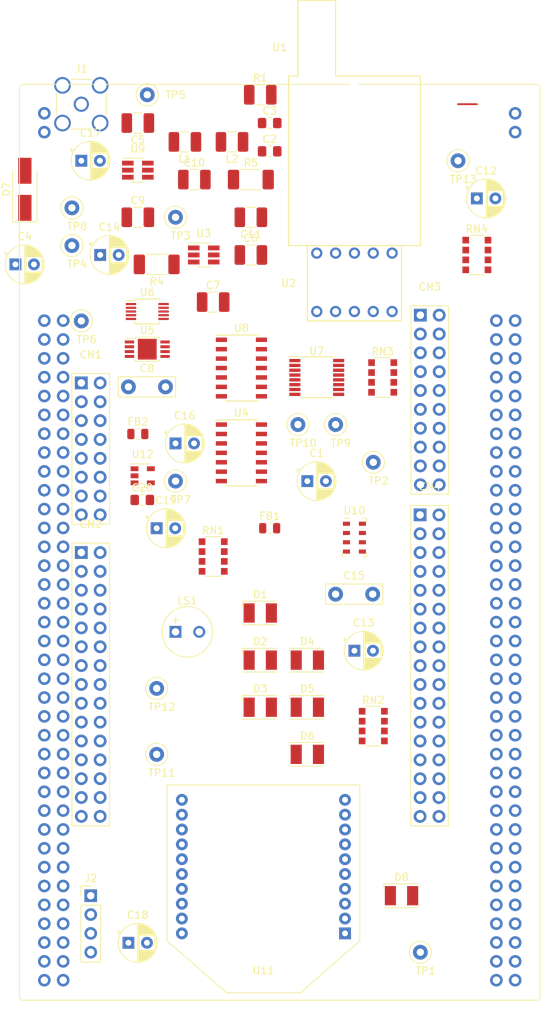
<source format=kicad_pcb>
(kicad_pcb (version 20171130) (host pcbnew "(5.0.1)-4")
  (layers (0 F.Cu signal) (31 B.Cu signal) (34 B.Paste user) (35 F.Paste user) (36 B.SilkS user) (37 F.SilkS user) (38 B.Mask user) (39 F.Mask user) (44 Edge.Cuts user))
  (net 0 "")
  (net 1 "Net-(U1-Pad1)")
  (net 2 "Net-(U1-Pad2)")
  (net 3 "Net-(U1-Pad3)")
  (net 4 "Net-(U1-Pad4)")
  (net 5 "Net-(U1-Pad5)")
  (net 6 "Net-(U1-Pad6)")
  (net 7 "Net-(U1-Pad7)")
  (net 8 "Net-(U1-Pad8)")
  (net 9 "Net-(U1-Pad9)")
  (net 10 "Net-(U1-Pad10)")
  (net 11 "Net-(U1-Pad11)")
  (net 12 "Net-(U1-Pad12)")
  (net 13 "Net-(U1-Pad13)")
  (net 14 "Net-(U1-Pad14)")
  (net 15 "Net-(U1-Pad15)")
  (net 16 "Net-(U1-Pad16)")
  (net 17 "Net-(U1-Pad17)")
  (net 18 "Net-(U1-Pad18)")
  (net 19 "Net-(U1-Pad19)")
  (net 20 "Net-(U1-Pad20)")
  (net 21 "Net-(U1-Pad21)")
  (net 22 "Net-(U1-Pad22)")
  (net 23 "Net-(U1-Pad23)")
  (net 24 "Net-(U1-Pad24)")
  (net 25 "Net-(U1-Pad25)")
  (net 26 "Net-(U1-Pad26)")
  (net 27 "Net-(U1-Pad27)")
  (net 28 "Net-(U1-Pad28)")
  (net 29 "Net-(U1-Pad29)")
  (net 30 "Net-(U1-Pad30)")
  (net 31 "Net-(U1-Pad31)")
  (net 32 "Net-(U1-Pad32)")
  (net 33 "Net-(U1-Pad33)")
  (net 34 "Net-(U1-Pad34)")
  (net 35 "Net-(U1-Pad35)")
  (net 36 "Net-(U1-Pad36)")
  (net 37 "Net-(U1-Pad37)")
  (net 38 "Net-(U1-Pad38)")
  (net 39 "Net-(U1-Pad39)")
  (net 40 "Net-(U1-Pad40)")
  (net 41 "Net-(U1-Pad41)")
  (net 42 "Net-(U1-Pad42)")
  (net 43 "Net-(U1-Pad43)")
  (net 44 "Net-(U1-Pad44)")
  (net 45 "Net-(U1-Pad45)")
  (net 46 "Net-(U1-Pad46)")
  (net 47 "Net-(U1-Pad47)")
  (net 48 "Net-(U1-Pad48)")
  (net 49 "Net-(U1-Pad49)")
  (net 50 "Net-(U1-Pad50)")
  (net 51 "Net-(U1-Pad51)")
  (net 52 "Net-(U1-Pad52)")
  (net 53 "Net-(U1-Pad53)")
  (net 54 "Net-(U1-Pad54)")
  (net 55 "Net-(U1-Pad55)")
  (net 56 "Net-(U1-Pad56)")
  (net 57 "Net-(U1-Pad57)")
  (net 58 "Net-(U1-Pad58)")
  (net 59 "Net-(U1-Pad59)")
  (net 60 "Net-(U1-Pad60)")
  (net 61 "Net-(U1-Pad61)")
  (net 62 "Net-(U1-Pad62)")
  (net 63 "Net-(U1-Pad63)")
  (net 64 "Net-(U1-Pad64)")
  (net 65 "Net-(U1-Pad65)")
  (net 66 "Net-(U1-Pad66)")
  (net 67 "Net-(U1-Pad67)")
  (net 68 "Net-(U1-Pad68)")
  (net 69 "Net-(U1-Pad69)")
  (net 70 "Net-(U1-Pad70)")
  (net 71 "Net-(U1-Pad71)")
  (net 72 "Net-(U1-Pad72)")
  (net 73 "Net-(U1-Pad73)")
  (net 74 "Net-(U1-Pad74)")
  (net 75 "Net-(U1-Pad75)")
  (net 76 "Net-(U1-Pad76)")
  (net 77 "Net-(U1-Pad77)")
  (net 78 "Net-(U1-Pad78)")
  (net 79 "Net-(U1-Pad79)")
  (net 80 "Net-(U1-Pad80)")
  (net 81 "Net-(U1-Pad81)")
  (net 82 "Net-(U1-Pad82)")
  (net 83 "Net-(U1-Pad83)")
  (net 84 "Net-(U1-Pad84)")
  (net 85 "Net-(U1-Pad85)")
  (net 86 "Net-(U1-Pad86)")
  (net 87 "Net-(U1-Pad87)")
  (net 88 "Net-(U1-Pad88)")
  (net 89 "Net-(U1-Pad89)")
  (net 90 "Net-(U1-Pad90)")
  (net 91 "Net-(U1-Pad91)")
  (net 92 "Net-(U1-Pad92)")
  (net 93 "Net-(U1-Pad93)")
  (net 94 "Net-(U1-Pad94)")
  (net 95 "Net-(U1-Pad95)")
  (net 96 "Net-(U1-Pad96)")
  (net 97 "Net-(U1-Pad97)")
  (net 98 "Net-(U1-Pad98)")
  (net 99 "Net-(U1-Pad99)")
  (net 100 "Net-(U1-Pad100)")
  (net 101 "Net-(U1-Pad101)")
  (net 102 "Net-(U1-Pad102)")
  (net 103 "Net-(U1-Pad103)")
  (net 104 "Net-(U1-Pad104)")
  (net 105 "Net-(U1-Pad105)")
  (net 106 "Net-(U1-Pad106)")
  (net 107 "Net-(U1-Pad107)")
  (net 108 "Net-(U1-Pad108)")
  (net 109 "Net-(U1-Pad109)")
  (net 110 "Net-(U1-Pad110)")
  (net 111 "Net-(U1-Pad111)")
  (net 112 "Net-(U1-Pad112)")
  (net 113 "Net-(U1-Pad113)")
  (net 114 "Net-(U1-Pad114)")
  (net 115 "Net-(U1-Pad115)")
  (net 116 "Net-(U1-Pad116)")
  (net 117 "Net-(U1-Pad117)")
  (net 118 "Net-(U1-Pad118)")
  (net 119 "Net-(U1-Pad119)")
  (net 120 "Net-(U1-Pad120)")
  (net 121 "Net-(U1-Pad121)")
  (net 122 "Net-(U1-Pad122)")
  (net 123 "Net-(U1-Pad123)")
  (net 124 "Net-(U1-Pad124)")
  (net 125 "Net-(U1-Pad125)")
  (net 126 "Net-(U1-Pad126)")
  (net 127 "Net-(U1-Pad127)")
  (net 128 "Net-(U1-Pad128)")
  (net 129 "Net-(U1-Pad129)")
  (net 130 "Net-(U1-Pad130)")
  (net 131 "Net-(U1-Pad131)")
  (net 132 "Net-(U1-Pad132)")
  (net 133 "Net-(U1-Pad133)")
  (net 134 "Net-(U1-Pad134)")
  (net 135 "Net-(U1-Pad135)")
  (net 136 "Net-(U1-Pad136)")
  (net 137 "Net-(U1-Pad137)")
  (net 138 "Net-(U1-Pad138)")
  (net 139 "Net-(U1-Pad139)")
  (net 140 "Net-(U1-Pad140)")
  (net 141 "Net-(U1-Pad141)")
  (net 142 "Net-(U1-Pad142)")
  (net 143 "Net-(U1-Pad143)")
  (net 144 "Net-(U1-Pad144)")
  (net 145 "Net-(CN1-Pad1)")
  (net 146 "Net-(U3-Pad4)")
  (net 147 "Net-(U3-Pad6)")
  (net 148 /PG3)
  (net 149 /VIN)
  (net 150 /PG2)
  (net 151 /PD2)
  (net 152 /PC12)
  (net 153 /+5V)
  (net 154 /PC11)
  (net 155 /+3V3)
  (net 156 /PC10)
  (net 157 /RESET)
  (net 158 /PC9)
  (net 159 /IOREF)
  (net 160 /PC8)
  (net 161 /PE15)
  (net 162 /PA0)
  (net 163 /PE14)
  (net 164 /PE12)
  (net 165 /PE2)
  (net 166 /PE10)
  (net 167 /PD11)
  (net 168 /PD12)
  (net 169 /PE7)
  (net 170 /PD13)
  (net 171 /PE8)
  (net 172 /PG9)
  (net 173 /PB2)
  (net 174 /PG14)
  (net 175 /PB6)
  (net 176 /PF15)
  (net 177 /PF4)
  (net 178 /PE13)
  (net 179 /PC2)
  (net 180 /PF14)
  (net 181 /PB1)
  (net 182 /PE11)
  (net 183 /PE9)
  (net 184 /PF13)
  (net 185 /AVDD)
  (net 186 /PB0)
  (net 187 /PB10)
  (net 188 /PE0)
  (net 189 /PB11)
  (net 190 /PA3)
  (net 191 /PD7)
  (net 192 /PC0)
  (net 193 /PD6)
  (net 194 /PC3)
  (net 195 /PD5)
  (net 196 /PF3)
  (net 197 /PD4)
  (net 198 /PF5)
  (net 199 /PD3)
  (net 200 /PF10)
  (net 201 /PA7)
  (net 202 /PE4)
  (net 203 /PF2)
  (net 204 /PE5)
  (net 205 /PF1)
  (net 206 /PE6)
  (net 207 /PF0)
  (net 208 /PE3)
  (net 209 /PF8)
  (net 210 /PD0)
  (net 211 /PF7)
  (net 212 /PD1)
  (net 213 /PF9)
  (net 214 /PG0)
  (net 215 /PG1)
  (net 216 /PC6)
  (net 217 /PB8)
  (net 218 /PB15)
  (net 219 /PB9)
  (net 220 /PB13)
  (net 221 /PB12)
  (net 222 /PA15)
  (net 223 /PA5)
  (net 224 /PC7)
  (net 225 /PA6)
  (net 226 /PB5)
  (net 227 /PB3)
  (net 228 /PD14)
  (net 229 /PA4)
  (net 230 /PD15)
  (net 231 /PB4)
  (net 232 /PF12)
  (net 233 "Net-(U5-Pad3)")
  (net 234 GND)
  (net 235 /A3V3)
  (net 236 "Net-(U2-Pad3)")
  (net 237 "Net-(U2-Pad4)")
  (net 238 "Net-(CN1-Pad13)")
  (net 239 "Net-(CN2-Pad13)")
  (net 240 "Net-(RN1-Pad1)")
  (net 241 "Net-(RN1-Pad3)")
  (net 242 /AMPOUT)
  (net 243 /LOGOUT)
  (net 244 /DAC1)
  (net 245 "Net-(U7-Pad13)")
  (net 246 "Net-(U4-Pad12)")
  (net 247 "Net-(U6-Pad3)")
  (net 248 "Net-(C2-Pad1)")
  (net 249 "Net-(C5-Pad1)")
  (net 250 "Net-(TP10-Pad1)")
  (net 251 "Net-(TP11-Pad1)")
  (net 252 "Net-(TP12-Pad1)")
  (net 253 "Net-(C6-Pad1)")
  (net 254 "Net-(U8-Pad6)")
  (net 255 "Net-(U8-Pad10)")
  (net 256 "Net-(U8-Pad12)")
  (net 257 "Net-(C6-Pad2)")
  (net 258 "Net-(C8-Pad1)")
  (net 259 "Net-(C7-Pad2)")
  (net 260 "Net-(C5-Pad2)")
  (net 261 /HALF3V3)
  (net 262 "Net-(C10-Pad2)")
  (net 263 "Net-(C11-Pad1)")
  (net 264 "Net-(C9-Pad2)")
  (net 265 "Net-(C11-Pad2)")
  (net 266 "Net-(C9-Pad1)")
  (net 267 "Net-(C10-Pad1)")
  (net 268 "Net-(U10-Pad6)")
  (net 269 "Net-(U10-Pad5)")
  (net 270 "Net-(D3-Pad2)")
  (net 271 "Net-(D4-Pad2)")
  (net 272 "Net-(D2-Pad2)")
  (net 273 /5V0)
  (net 274 "Net-(RN3-Pad3)")
  (net 275 "Net-(RN3-Pad6)")
  (net 276 "Net-(D6-Pad2)")
  (net 277 "Net-(D5-Pad2)")
  (net 278 AGND)
  (net 279 "Net-(C15-Pad1)")
  (net 280 "Net-(U11-Pad4)")
  (net 281 "Net-(U11-Pad6)")
  (net 282 "Net-(U11-Pad7)")
  (net 283 "Net-(U11-Pad8)")
  (net 284 "Net-(U11-Pad11)")
  (net 285 "Net-(U11-Pad13)")
  (net 286 "Net-(U11-Pad14)")
  (net 287 "Net-(U11-Pad15)")
  (net 288 "Net-(U11-Pad17)")
  (net 289 "Net-(U11-Pad18)")
  (net 290 "Net-(D1-Pad2)")
  (net 291 "Net-(D8-Pad2)")
  (net 292 /XB_PIO4)
  (net 293 "Net-(TP9-Pad1)")
  (net 294 "Net-(RN4-Pad4)")
  (net 295 "Net-(RN4-Pad2)")
  (net 296 "Net-(RN4-Pad3)")
  (net 297 "Net-(C19-Pad1)")
  (net 298 "Net-(C19-Pad2)")
  (net 299 "Net-(TP3-Pad1)")
  (net 300 /SPEAKER_TIM4CH3)
  (net 301 /P3V3)
  (net 302 "Net-(TP7-Pad1)")
  (net 303 "Net-(C20-Pad1)")
  (net 304 "Net-(RN1-Pad2)")
  (module Capacitor_SMD:C_1210_3225Metric_Pad1.42x2.65mm_HandSolder (layer F.Cu) (at 90.17 36.83)
    (fp_text reference R1 (at 0 -2.28) (layer F.SilkS))
    (fp_text value 53R)
    (pad 1 smd roundrect (at -1.4875 0) (size 1.425 2.65) (layers F.Cu F.Paste F.Mask) (roundrect_rratio 0.175439) (net 260 "Net-(C5-Pad2)"))
    (pad 2 smd roundrect (at 1.4875 0) (size 1.425 2.65) (layers F.Cu F.Paste F.Mask) (roundrect_rratio 0.175439) (net 278 AGND))
  )
  (module Resistor_SMD:R_2010_5025Metric_Pad1.52x2.65mm_HandSolder (layer F.Cu) (at 76.2 59.69 180)
    (fp_text reference R4 (at 0 -2.28 180) (layer F.SilkS))
    (fp_text value 100R)
    (pad 2 smd roundrect (at 2.3375 0 180) (size 1.525 2.65) (layers F.Cu F.Paste F.Mask) (roundrect_rratio 0.163934) (net 263 "Net-(C11-Pad1)"))
    (pad 1 smd roundrect (at -2.3375 0 180) (size 1.525 2.65) (layers F.Cu F.Paste F.Mask) (roundrect_rratio 0.163934) (net 235 /A3V3))
  )
  (module Resistor_SMD:R_2010_5025Metric_Pad1.52x2.65mm_HandSolder (layer F.Cu) (at 88.9 48.26)
    (fp_text reference R5 (at 0 -2.28) (layer F.SilkS))
    (fp_text value 100R)
    (pad 1 smd roundrect (at -2.3375 0) (size 1.525 2.65) (layers F.Cu F.Paste F.Mask) (roundrect_rratio 0.163934) (net 263 "Net-(C11-Pad1)"))
    (pad 2 smd roundrect (at 2.3375 0) (size 1.525 2.65) (layers F.Cu F.Paste F.Mask) (roundrect_rratio 0.163934) (net 278 AGND))
  )
  (module Capacitor_SMD:C_0805_2012Metric_Pad1.15x1.40mm_HandSolder (layer F.Cu) (at 74.265001 91.44)
    (fp_text reference C20 (at 0 -1.65) (layer F.SilkS))
    (fp_text value 470pF)
    (pad 1 smd roundrect (at -1.025 0) (size 1.15 1.4) (layers F.Cu F.Paste F.Mask) (roundrect_rratio 0.217391) (net 303 "Net-(C20-Pad1)"))
    (pad 2 smd roundrect (at 1.025 0) (size 1.15 1.4) (layers F.Cu F.Paste F.Mask) (roundrect_rratio 0.217391) (net 234 GND))
  )
  (module Package_TO_SOT_SMD:SOT-23-5 (layer F.Cu) (at 74.315001 88.185001)
    (fp_text reference U12 (at 0 -2.9) (layer F.SilkS))
    (fp_text value MIC5219-3.3YM5)
    (pad 1 smd rect (at -1.1 -0.95) (size 1.06 0.65) (layers F.Cu F.Paste F.Mask) (net 153 /+5V))
    (pad 2 smd rect (at -1.1 0) (size 1.06 0.65) (layers F.Cu F.Paste F.Mask) (net 234 GND))
    (pad 3 smd rect (at -1.1 0.95) (size 1.06 0.65) (layers F.Cu F.Paste F.Mask) (net 155 /+3V3))
    (pad 4 smd rect (at 1.1 0.95) (size 1.06 0.65) (layers F.Cu F.Paste F.Mask) (net 303 "Net-(C20-Pad1)"))
    (pad 5 smd rect (at 1.1 -0.95) (size 1.06 0.65) (layers F.Cu F.Paste F.Mask) (net 301 /P3V3))
  )
  (module TestPoint:TestPoint_Loop_D1.80mm_Drill1.0mm_Beaded (layer F.Cu) (at 78.74 88.9)
    (fp_text reference TP7 (at 0.7 2.5) (layer F.SilkS))
    (fp_text value TestPoint)
    (pad 1 thru_hole circle (at 0 0) (size 2 2) (drill 1) (layers *.Cu *.Mask) (net 302 "Net-(TP7-Pad1)"))
  )
  (module Buzzer_Beeper:MagneticBuzzer_Kingstate_KCG0601 (layer F.Cu) (at 78.74 109.22)
    (fp_text reference LS1 (at 1.6 -4.2) (layer F.SilkS))
    (fp_text value Speaker)
    (fp_text user + (at 0 -1.6) (layer F.SilkS))
    (pad 1 thru_hole rect (at 0 0) (size 1.6 1.6) (drill 1) (layers *.Cu *.Mask) (net 298 "Net-(C19-Pad2)"))
    (pad 2 thru_hole circle (at 3.2 0) (size 1.6 1.6) (drill 1) (layers *.Cu *.Mask) (net 234 GND))
  )
  (module Capacitor_THT:CP_Radial_D5.0mm_P2.50mm (layer F.Cu) (at 76.2 95.25)
    (fp_text reference C19 (at 1.25 -3.75) (layer F.SilkS))
    (fp_text value 1uF)
    (pad 1 thru_hole rect (at 0 0) (size 1.6 1.6) (drill 0.8) (layers *.Cu *.Mask) (net 297 "Net-(C19-Pad1)"))
    (pad 2 thru_hole circle (at 2.5 0) (size 1.6 1.6) (drill 0.8) (layers *.Cu *.Mask) (net 298 "Net-(C19-Pad2)"))
  )
  (module Resistor_SMD:R_Array_Convex_4x1206 (layer F.Cu) (at 119.38 58.42)
    (fp_text reference RN4 (at 0 -3.5) (layer F.SilkS))
    (fp_text value 4K7)
    (pad 1 smd rect (at -1.5 -2) (size 0.9 0.9) (layers F.Cu F.Paste F.Mask) (net 187 /PB10))
    (pad 4 smd rect (at -1.5 2) (size 0.9 0.9) (layers F.Cu F.Paste F.Mask) (net 294 "Net-(RN4-Pad4)"))
    (pad 2 smd rect (at -1.5 -0.66) (size 0.9 0.9) (layers F.Cu F.Paste F.Mask) (net 295 "Net-(RN4-Pad2)"))
    (pad 3 smd rect (at -1.5 0.66) (size 0.9 0.9) (layers F.Cu F.Paste F.Mask) (net 296 "Net-(RN4-Pad3)"))
    (pad 7 smd rect (at 1.5 -0.66) (size 0.9 0.9) (layers F.Cu F.Paste F.Mask) (net 301 /P3V3))
    (pad 8 smd rect (at 1.5 -2) (size 0.9 0.9) (layers F.Cu F.Paste F.Mask) (net 301 /P3V3))
    (pad 5 smd rect (at 1.5 2) (size 0.9 0.9) (layers F.Cu F.Paste F.Mask) (net 301 /P3V3))
    (pad 6 smd rect (at 1.5 0.66) (size 0.9 0.9) (layers F.Cu F.Paste F.Mask) (net 301 /P3V3))
  )
  (module TestPoint:TestPoint_Loop_D1.80mm_Drill1.0mm_Beaded (layer F.Cu) (at 111.76 152.4)
    (fp_text reference TP1 (at 0.7 2.5) (layer F.SilkS))
    (fp_text value TestPoint)
    (pad 1 thru_hole circle (at 0 0) (size 2 2) (drill 1) (layers *.Cu *.Mask) (net 234 GND))
  )
  (module TestPoint:TestPoint_Loop_D1.80mm_Drill1.0mm_Beaded (layer F.Cu) (at 105.41 86.36)
    (fp_text reference TP2 (at 0.7 2.5) (layer F.SilkS))
    (fp_text value TestPoint)
    (pad 1 thru_hole circle (at 0 0) (size 2 2) (drill 1) (layers *.Cu *.Mask) (net 278 AGND))
  )
  (module LED_SMD:LED_PLCC-2 (layer F.Cu) (at 109.22 144.78)
    (fp_text reference D8 (at 0 -2.5) (layer F.SilkS))
    (fp_text value LED)
    (pad 1 smd rect (at -1.5 0) (size 1.5 2.6) (layers F.Cu F.Paste F.Mask) (net 292 /XB_PIO4))
    (pad 2 smd rect (at 1.5 0) (size 1.5 2.6) (layers F.Cu F.Paste F.Mask) (net 291 "Net-(D8-Pad2)"))
  )
  (module Diode_SMD:D_SMA_Handsoldering (layer F.Cu) (at 58.42 49.57 90)
    (fp_text reference D7 (at 0 -2.5 90) (layer F.SilkS))
    (fp_text value "SMAJ8.0CA Bourns 9V")
    (pad 1 smd rect (at -2.5 0 90) (size 3.5 1.8) (layers F.Cu F.Paste F.Mask) (net 249 "Net-(C5-Pad1)"))
    (pad 2 smd rect (at 2.5 0 90) (size 3.5 1.8) (layers F.Cu F.Paste F.Mask) (net 278 AGND))
  )
  (module LED_SMD:LED_PLCC-2 (layer F.Cu) (at 90.17 106.68)
    (fp_text reference D1 (at 0 -2.5) (layer F.SilkS))
    (fp_text value LED)
    (pad 1 smd rect (at -1.5 0) (size 1.5 2.6) (layers F.Cu F.Paste F.Mask) (net 234 GND))
    (pad 2 smd rect (at 1.5 0) (size 1.5 2.6) (layers F.Cu F.Paste F.Mask) (net 290 "Net-(D1-Pad2)"))
  )
  (module Capacitor_THT:CP_Radial_D5.0mm_P2.50mm (layer F.Cu) (at 72.39 151.13)
    (fp_text reference C18 (at 1.25 -3.75) (layer F.SilkS))
    (fp_text value 10uF)
    (pad 1 thru_hole rect (at 0 0) (size 1.6 1.6) (drill 0.8) (layers *.Cu *.Mask) (net 301 /P3V3))
    (pad 2 thru_hole circle (at 2.5 0) (size 1.6 1.6) (drill 0.8) (layers *.Cu *.Mask) (net 234 GND))
  )
  (module spatboard:XBEE-22MM-TH (layer F.Cu) (at 101.6 149.86 180)
    (fp_text reference U11 (at 11 -5 180) (layer F.SilkS))
    (fp_text value XBee3)
    (pad 1 thru_hole rect (at 0 0 180) (size 1.6 1.6) (drill 0.8) (layers *.Cu *.Mask) (net 301 /P3V3))
    (pad 11 thru_hole oval (at 22 18 180) (size 1.6 1.6) (drill 0.8) (layers *.Cu *.Mask) (net 284 "Net-(U11-Pad11)"))
    (pad 2 thru_hole oval (at 0 2 180) (size 1.6 1.6) (drill 0.8) (layers *.Cu *.Mask) (net 154 /PC11))
    (pad 12 thru_hole oval (at 22 16 180) (size 1.6 1.6) (drill 0.8) (layers *.Cu *.Mask) (net 222 /PA15))
    (pad 3 thru_hole oval (at 0 4 180) (size 1.6 1.6) (drill 0.8) (layers *.Cu *.Mask) (net 162 /PA0))
    (pad 13 thru_hole oval (at 22 14 180) (size 1.6 1.6) (drill 0.8) (layers *.Cu *.Mask) (net 285 "Net-(U11-Pad13)"))
    (pad 4 thru_hole oval (at 0 6 180) (size 1.6 1.6) (drill 0.8) (layers *.Cu *.Mask) (net 280 "Net-(U11-Pad4)"))
    (pad 14 thru_hole oval (at 22 12 180) (size 1.6 1.6) (drill 0.8) (layers *.Cu *.Mask) (net 286 "Net-(U11-Pad14)"))
    (pad 5 thru_hole oval (at 0 8 180) (size 1.6 1.6) (drill 0.8) (layers *.Cu *.Mask) (net 291 "Net-(D8-Pad2)"))
    (pad 15 thru_hole oval (at 22 10 180) (size 1.6 1.6) (drill 0.8) (layers *.Cu *.Mask) (net 287 "Net-(U11-Pad15)"))
    (pad 6 thru_hole oval (at 0 10 180) (size 1.6 1.6) (drill 0.8) (layers *.Cu *.Mask) (net 281 "Net-(U11-Pad6)"))
    (pad 16 thru_hole oval (at 22 8 180) (size 1.6 1.6) (drill 0.8) (layers *.Cu *.Mask) (net 218 /PB15))
    (pad 7 thru_hole oval (at 0 12 180) (size 1.6 1.6) (drill 0.8) (layers *.Cu *.Mask) (net 282 "Net-(U11-Pad7)"))
    (pad 17 thru_hole oval (at 22 6 180) (size 1.6 1.6) (drill 0.8) (layers *.Cu *.Mask) (net 288 "Net-(U11-Pad17)"))
    (pad 8 thru_hole oval (at 0 14 180) (size 1.6 1.6) (drill 0.8) (layers *.Cu *.Mask) (net 283 "Net-(U11-Pad8)"))
    (pad 18 thru_hole oval (at 22 4 180) (size 1.6 1.6) (drill 0.8) (layers *.Cu *.Mask) (net 289 "Net-(U11-Pad18)"))
    (pad 9 thru_hole oval (at 0 16 180) (size 1.6 1.6) (drill 0.8) (layers *.Cu *.Mask) (net 166 /PE10))
    (pad 19 thru_hole oval (at 22 2 180) (size 1.6 1.6) (drill 0.8) (layers *.Cu *.Mask) (net 252 "Net-(TP12-Pad1)"))
    (pad 10 thru_hole oval (at 0 18 180) (size 1.6 1.6) (drill 0.8) (layers *.Cu *.Mask) (net 234 GND))
    (pad 20 thru_hole oval (at 22 0 180) (size 1.6 1.6) (drill 0.8) (layers *.Cu *.Mask) (net 251 "Net-(TP11-Pad1)"))
  )
  (module Capacitor_THT:CP_Radial_D5.0mm_P2.50mm (layer F.Cu) (at 78.74 83.82)
    (fp_text reference C16 (at 1.25 -3.75) (layer F.SilkS))
    (fp_text value 100uF)
    (pad 2 thru_hole circle (at 2.5 0) (size 1.6 1.6) (drill 0.8) (layers *.Cu *.Mask) (net 234 GND))
    (pad 1 thru_hole rect (at 0 0) (size 1.6 1.6) (drill 0.8) (layers *.Cu *.Mask) (net 301 /P3V3))
  )
  (module Capacitor_THT:CP_Radial_D5.0mm_P2.50mm (layer F.Cu) (at 66.04 45.72)
    (fp_text reference C17 (at 1.25 -3.75) (layer F.SilkS))
    (fp_text value 100uF)
    (pad 1 thru_hole rect (at 0 0) (size 1.6 1.6) (drill 0.8) (layers *.Cu *.Mask) (net 235 /A3V3))
    (pad 2 thru_hole circle (at 2.5 0) (size 1.6 1.6) (drill 0.8) (layers *.Cu *.Mask) (net 278 AGND))
  )
  (module Capacitor_THT:C_Disc_D7.5mm_W2.5mm_P5.00mm (layer F.Cu) (at 100.33 104.14)
    (fp_text reference C15 (at 2.5 -2.5) (layer F.SilkS))
    (fp_text value 100nF)
    (pad 1 thru_hole circle (at 0 0) (size 2 2) (drill 1) (layers *.Cu *.Mask) (net 279 "Net-(C15-Pad1)"))
    (pad 2 thru_hole circle (at 5 0) (size 2 2) (drill 1) (layers *.Cu *.Mask) (net 234 GND))
  )
  (module LED_SMD:LED_PLCC-2 (layer F.Cu) (at 90.17 113.03)
    (fp_text reference D2 (at 0 -2.5) (layer F.SilkS))
    (fp_text value LED)
    (pad 2 smd rect (at 1.5 0) (size 1.5 2.6) (layers F.Cu F.Paste F.Mask) (net 272 "Net-(D2-Pad2)"))
    (pad 1 smd rect (at -1.5 0) (size 1.5 2.6) (layers F.Cu F.Paste F.Mask) (net 234 GND))
  )
  (module LED_SMD:LED_PLCC-2 (layer F.Cu) (at 96.52 119.38)
    (fp_text reference D5 (at 0 -2.5) (layer F.SilkS))
    (fp_text value LED)
    (pad 1 smd rect (at -1.5 0) (size 1.5 2.6) (layers F.Cu F.Paste F.Mask) (net 234 GND))
    (pad 2 smd rect (at 1.5 0) (size 1.5 2.6) (layers F.Cu F.Paste F.Mask) (net 277 "Net-(D5-Pad2)"))
  )
  (module LED_SMD:LED_PLCC-2 (layer F.Cu) (at 96.52 125.73)
    (fp_text reference D6 (at 0 -2.5) (layer F.SilkS))
    (fp_text value LED)
    (pad 2 smd rect (at 1.5 0) (size 1.5 2.6) (layers F.Cu F.Paste F.Mask) (net 276 "Net-(D6-Pad2)"))
    (pad 1 smd rect (at -1.5 0) (size 1.5 2.6) (layers F.Cu F.Paste F.Mask) (net 234 GND))
  )
  (module Resistor_SMD:R_Array_Convex_4x1206 (layer F.Cu) (at 105.41 121.92)
    (fp_text reference RN2 (at 0 -3.5) (layer F.SilkS))
    (fp_text value 470R)
    (pad 6 smd rect (at 1.5 0.66) (size 0.9 0.9) (layers F.Cu F.Paste F.Mask) (net 228 /PD14))
    (pad 5 smd rect (at 1.5 2) (size 0.9 0.9) (layers F.Cu F.Paste F.Mask) (net 170 /PD13))
    (pad 8 smd rect (at 1.5 -2) (size 0.9 0.9) (layers F.Cu F.Paste F.Mask) (net 167 /PD11))
    (pad 7 smd rect (at 1.5 -0.66) (size 0.9 0.9) (layers F.Cu F.Paste F.Mask) (net 168 /PD12))
    (pad 3 smd rect (at -1.5 0.66) (size 0.9 0.9) (layers F.Cu F.Paste F.Mask) (net 271 "Net-(D4-Pad2)"))
    (pad 2 smd rect (at -1.5 -0.66) (size 0.9 0.9) (layers F.Cu F.Paste F.Mask) (net 272 "Net-(D2-Pad2)"))
    (pad 4 smd rect (at -1.5 2) (size 0.9 0.9) (layers F.Cu F.Paste F.Mask) (net 270 "Net-(D3-Pad2)"))
    (pad 1 smd rect (at -1.5 -2) (size 0.9 0.9) (layers F.Cu F.Paste F.Mask) (net 290 "Net-(D1-Pad2)"))
  )
  (module Resistor_SMD:R_Array_Convex_4x1206 (layer F.Cu) (at 106.68 74.93)
    (fp_text reference RN3 (at 0 -3.5) (layer F.SilkS))
    (fp_text value 470R)
    (pad 1 smd rect (at -1.5 -2) (size 0.9 0.9) (layers F.Cu F.Paste F.Mask) (net 277 "Net-(D5-Pad2)"))
    (pad 4 smd rect (at -1.5 2) (size 0.9 0.9) (layers F.Cu F.Paste F.Mask) (net 276 "Net-(D6-Pad2)"))
    (pad 2 smd rect (at -1.5 -0.66) (size 0.9 0.9) (layers F.Cu F.Paste F.Mask) (net 234 GND))
    (pad 3 smd rect (at -1.5 0.66) (size 0.9 0.9) (layers F.Cu F.Paste F.Mask) (net 274 "Net-(RN3-Pad3)"))
    (pad 7 smd rect (at 1.5 -0.66) (size 0.9 0.9) (layers F.Cu F.Paste F.Mask) (net 292 /XB_PIO4))
    (pad 8 smd rect (at 1.5 -2) (size 0.9 0.9) (layers F.Cu F.Paste F.Mask) (net 230 /PD15))
    (pad 5 smd rect (at 1.5 2) (size 0.9 0.9) (layers F.Cu F.Paste F.Mask) (net 301 /P3V3))
    (pad 6 smd rect (at 1.5 0.66) (size 0.9 0.9) (layers F.Cu F.Paste F.Mask) (net 275 "Net-(RN3-Pad6)"))
  )
  (module Connector_PinHeader_2.54mm:PinHeader_1x04_P2.54mm_Vertical (layer F.Cu) (at 67.31 144.78)
    (fp_text reference J2 (at 0 -2.33) (layer F.SilkS))
    (fp_text value Conn_01x04_Male)
    (pad 1 thru_hole rect (at 0 0) (size 1.7 1.7) (drill 1) (layers *.Cu *.Mask) (net 273 /5V0))
    (pad 2 thru_hole oval (at 0 2.54) (size 1.7 1.7) (drill 1) (layers *.Cu *.Mask) (net 152 /PC12))
    (pad 3 thru_hole oval (at 0 5.08) (size 1.7 1.7) (drill 1) (layers *.Cu *.Mask) (net 221 /PB12))
    (pad 4 thru_hole oval (at 0 7.62) (size 1.7 1.7) (drill 1) (layers *.Cu *.Mask) (net 234 GND))
  )
  (module LED_SMD:LED_PLCC-2 (layer F.Cu) (at 96.52 113.03)
    (fp_text reference D4 (at 0 -2.5) (layer F.SilkS))
    (fp_text value LED)
    (pad 2 smd rect (at 1.5 0) (size 1.5 2.6) (layers F.Cu F.Paste F.Mask) (net 271 "Net-(D4-Pad2)"))
    (pad 1 smd rect (at -1.5 0) (size 1.5 2.6) (layers F.Cu F.Paste F.Mask) (net 234 GND))
  )
  (module LED_SMD:LED_PLCC-2 (layer F.Cu) (at 90.17 119.38)
    (fp_text reference D3 (at 0 -2.5) (layer F.SilkS))
    (fp_text value LED)
    (pad 1 smd rect (at -1.5 0) (size 1.5 2.6) (layers F.Cu F.Paste F.Mask) (net 234 GND))
    (pad 2 smd rect (at 1.5 0) (size 1.5 2.6) (layers F.Cu F.Paste F.Mask) (net 270 "Net-(D3-Pad2)"))
  )
  (module Capacitor_THT:CP_Radial_D5.0mm_P2.50mm (layer F.Cu) (at 102.87 111.76)
    (fp_text reference C13 (at 1.25 -3.75) (layer F.SilkS))
    (fp_text value 10uF)
    (pad 1 thru_hole rect (at 0 0) (size 1.6 1.6) (drill 0.8) (layers *.Cu *.Mask) (net 301 /P3V3))
    (pad 2 thru_hole circle (at 2.5 0) (size 1.6 1.6) (drill 0.8) (layers *.Cu *.Mask) (net 234 GND))
  )
  (module Capacitor_THT:CP_Radial_D5.0mm_P2.50mm (layer F.Cu) (at 119.38 50.8)
    (fp_text reference C12 (at 1.25 -3.75) (layer F.SilkS))
    (fp_text value 1uF)
    (pad 2 thru_hole circle (at 2.5 0) (size 1.6 1.6) (drill 0.8) (layers *.Cu *.Mask) (net 234 GND))
    (pad 1 thru_hole rect (at 0 0) (size 1.6 1.6) (drill 0.8) (layers *.Cu *.Mask) (net 301 /P3V3))
  )
  (module Capacitor_THT:CP_Radial_D5.0mm_P2.50mm (layer F.Cu) (at 68.58 58.42)
    (fp_text reference C14 (at 1.25 -3.75) (layer F.SilkS))
    (fp_text value 1uF)
    (pad 1 thru_hole rect (at 0 0) (size 1.6 1.6) (drill 0.8) (layers *.Cu *.Mask) (net 235 /A3V3))
    (pad 2 thru_hole circle (at 2.5 0) (size 1.6 1.6) (drill 0.8) (layers *.Cu *.Mask) (net 278 AGND))
  )
  (module Package_LGA:LGA-8_3x5mm_P1.25mm (layer F.Cu) (at 102.87 96.52)
    (fp_text reference U10 (at 0 -3.65) (layer F.SilkS))
    (fp_text value MPL315A2)
    (pad 4 smd rect (at -1.075 1.875) (size 0.95 0.55) (layers F.Cu F.Paste F.Mask) (net 301 /P3V3))
    (pad 1 smd rect (at -1.075 -1.875) (size 0.95 0.55) (layers F.Cu F.Paste F.Mask) (net 301 /P3V3))
    (pad 2 smd rect (at -1.075 -0.625) (size 0.95 0.55) (layers F.Cu F.Paste F.Mask) (net 279 "Net-(C15-Pad1)"))
    (pad 3 smd rect (at -1.075 0.625) (size 0.95 0.55) (layers F.Cu F.Paste F.Mask) (net 234 GND))
    (pad 8 smd rect (at 1.075 -1.875) (size 0.95 0.55) (layers F.Cu F.Paste F.Mask) (net 175 /PB6))
    (pad 7 smd rect (at 1.075 -0.625) (size 0.95 0.55) (layers F.Cu F.Paste F.Mask) (net 219 /PB9))
    (pad 6 smd rect (at 1.075 0.625) (size 0.95 0.55) (layers F.Cu F.Paste F.Mask) (net 268 "Net-(U10-Pad6)"))
    (pad 5 smd rect (at 1.075 1.875) (size 0.95 0.55) (layers F.Cu F.Paste F.Mask) (net 269 "Net-(U10-Pad5)"))
  )
  (module Capacitor_THT:C_Disc_D7.5mm_W2.5mm_P5.00mm (layer F.Cu) (at 72.39 76.2)
    (fp_text reference C8 (at 2.5 -2.5) (layer F.SilkS))
    (fp_text value 25pF)
    (pad 1 thru_hole circle (at 0 0) (size 2 2) (drill 1) (layers *.Cu *.Mask) (net 258 "Net-(C8-Pad1)"))
    (pad 2 thru_hole circle (at 5 0) (size 2 2) (drill 1) (layers *.Cu *.Mask) (net 278 AGND))
  )
  (module Capacitor_SMD:C_1210_3225Metric_Pad1.42x2.65mm_HandSolder (layer F.Cu) (at 88.9 53.34 180)
    (fp_text reference C11 (at 0 -2.28 180) (layer F.SilkS))
    (fp_text value 47n)
    (pad 1 smd roundrect (at -1.4875 0 180) (size 1.425 2.65) (layers F.Cu F.Paste F.Mask) (roundrect_rratio 0.175439) (net 263 "Net-(C11-Pad1)"))
    (pad 2 smd roundrect (at 1.4875 0 180) (size 1.425 2.65) (layers F.Cu F.Paste F.Mask) (roundrect_rratio 0.175439) (net 265 "Net-(C11-Pad2)"))
  )
  (module Capacitor_SMD:C_1210_3225Metric_Pad1.42x2.65mm_HandSolder (layer F.Cu) (at 81.28 48.26)
    (fp_text reference C10 (at 0 -2.28) (layer F.SilkS))
    (fp_text value 47n)
    (pad 2 smd roundrect (at 1.4875 0) (size 1.425 2.65) (layers F.Cu F.Paste F.Mask) (roundrect_rratio 0.175439) (net 262 "Net-(C10-Pad2)"))
    (pad 1 smd roundrect (at -1.4875 0) (size 1.425 2.65) (layers F.Cu F.Paste F.Mask) (roundrect_rratio 0.175439) (net 267 "Net-(C10-Pad1)"))
  )
  (module Capacitor_SMD:C_1210_3225Metric_Pad1.42x2.65mm_HandSolder (layer F.Cu) (at 73.66 53.34)
    (fp_text reference C9 (at 0 -2.28) (layer F.SilkS))
    (fp_text value 47n)
    (pad 1 smd roundrect (at -1.4875 0) (size 1.425 2.65) (layers F.Cu F.Paste F.Mask) (roundrect_rratio 0.175439) (net 266 "Net-(C9-Pad1)"))
    (pad 2 smd roundrect (at 1.4875 0) (size 1.425 2.65) (layers F.Cu F.Paste F.Mask) (roundrect_rratio 0.175439) (net 264 "Net-(C9-Pad2)"))
  )
  (module Capacitor_SMD:C_1210_3225Metric_Pad1.42x2.65mm_HandSolder (layer F.Cu) (at 83.82 64.77)
    (fp_text reference C7 (at 0 -2.28) (layer F.SilkS))
    (fp_text value 47n)
    (pad 1 smd roundrect (at -1.4875 0) (size 1.425 2.65) (layers F.Cu F.Paste F.Mask) (roundrect_rratio 0.175439) (net 278 AGND))
    (pad 2 smd roundrect (at 1.4875 0) (size 1.425 2.65) (layers F.Cu F.Paste F.Mask) (roundrect_rratio 0.175439) (net 259 "Net-(C7-Pad2)"))
  )
  (module Capacitor_SMD:C_1210_3225Metric_Pad1.42x2.65mm_HandSolder (layer F.Cu) (at 88.9 58.42)
    (fp_text reference C6 (at 0 -2.28) (layer F.SilkS))
    (fp_text value 47n)
    (pad 2 smd roundrect (at 1.4875 0) (size 1.425 2.65) (layers F.Cu F.Paste F.Mask) (roundrect_rratio 0.175439) (net 257 "Net-(C6-Pad2)"))
    (pad 1 smd roundrect (at -1.4875 0) (size 1.425 2.65) (layers F.Cu F.Paste F.Mask) (roundrect_rratio 0.175439) (net 253 "Net-(C6-Pad1)"))
  )
  (module Capacitor_SMD:C_1210_3225Metric_Pad1.42x2.65mm_HandSolder (layer F.Cu) (at 73.66 40.64 180)
    (fp_text reference C5 (at 0 -2.28 180) (layer F.SilkS))
    (fp_text value 47n)
    (pad 1 smd roundrect (at -1.4875 0 180) (size 1.425 2.65) (layers F.Cu F.Paste F.Mask) (roundrect_rratio 0.175439) (net 249 "Net-(C5-Pad1)"))
    (pad 2 smd roundrect (at 1.4875 0 180) (size 1.425 2.65) (layers F.Cu F.Paste F.Mask) (roundrect_rratio 0.175439) (net 260 "Net-(C5-Pad2)"))
  )
  (module Package_SO:SOIC-14_3.9x8.7mm_P1.27mm (layer F.Cu) (at 87.63 73.66)
    (fp_text reference U8 (at 0 -5.375) (layer F.SilkS))
    (fp_text value 74HC04)
    (pad 1 smd rect (at -2.7 -3.81) (size 1.5 0.6) (layers F.Cu F.Paste F.Mask) (net 163 /PE14))
    (pad 2 smd rect (at -2.7 -2.54) (size 1.5 0.6) (layers F.Cu F.Paste F.Mask) (net 146 "Net-(U3-Pad4)"))
    (pad 3 smd rect (at -2.7 -1.27) (size 1.5 0.6) (layers F.Cu F.Paste F.Mask) (net 146 "Net-(U3-Pad4)"))
    (pad 4 smd rect (at -2.7 0) (size 1.5 0.6) (layers F.Cu F.Paste F.Mask) (net 147 "Net-(U3-Pad6)"))
    (pad 5 smd rect (at -2.7 1.27) (size 1.5 0.6) (layers F.Cu F.Paste F.Mask) (net 296 "Net-(RN4-Pad3)"))
    (pad 6 smd rect (at -2.7 2.54) (size 1.5 0.6) (layers F.Cu F.Paste F.Mask) (net 254 "Net-(U8-Pad6)"))
    (pad 7 smd rect (at -2.7 3.81) (size 1.5 0.6) (layers F.Cu F.Paste F.Mask) (net 234 GND))
    (pad 8 smd rect (at 2.7 3.81) (size 1.5 0.6) (layers F.Cu F.Paste F.Mask) (net 302 "Net-(TP7-Pad1)"))
    (pad 9 smd rect (at 2.7 2.54) (size 1.5 0.6) (layers F.Cu F.Paste F.Mask) (net 282 "Net-(U11-Pad7)"))
    (pad 10 smd rect (at 2.7 1.27) (size 1.5 0.6) (layers F.Cu F.Paste F.Mask) (net 255 "Net-(U8-Pad10)"))
    (pad 11 smd rect (at 2.7 0) (size 1.5 0.6) (layers F.Cu F.Paste F.Mask) (net 295 "Net-(RN4-Pad2)"))
    (pad 12 smd rect (at 2.7 -1.27) (size 1.5 0.6) (layers F.Cu F.Paste F.Mask) (net 256 "Net-(U8-Pad12)"))
    (pad 13 smd rect (at 2.7 -2.54) (size 1.5 0.6) (layers F.Cu F.Paste F.Mask) (net 294 "Net-(RN4-Pad4)"))
    (pad 14 smd rect (at 2.7 -3.81) (size 1.5 0.6) (layers F.Cu F.Paste F.Mask) (net 301 /P3V3))
  )
  (module Package_TO_SOT_SMD:SOT-23-6_Handsoldering (layer F.Cu) (at 73.66 46.99)
    (fp_text reference U9 (at 0 -2.9) (layer F.SilkS))
    (fp_text value HMC544A-RF_Switch)
    (pad 1 smd rect (at -1.35 -0.95) (size 1.56 0.65) (layers F.Cu F.Paste F.Mask) (net 266 "Net-(C9-Pad1)"))
    (pad 2 smd rect (at -1.35 0) (size 1.56 0.65) (layers F.Cu F.Paste F.Mask) (net 278 AGND))
    (pad 3 smd rect (at -1.35 0.95) (size 1.56 0.65) (layers F.Cu F.Paste F.Mask) (net 267 "Net-(C10-Pad1)"))
    (pad 4 smd rect (at 1.35 0.95) (size 1.56 0.65) (layers F.Cu F.Paste F.Mask) (net 146 "Net-(U3-Pad4)"))
    (pad 6 smd rect (at 1.35 -0.95) (size 1.56 0.65) (layers F.Cu F.Paste F.Mask) (net 147 "Net-(U3-Pad6)"))
    (pad 5 smd rect (at 1.35 0) (size 1.56 0.65) (layers F.Cu F.Paste F.Mask) (net 249 "Net-(C5-Pad1)"))
  )
  (module TestPoint:TestPoint_Loop_D1.80mm_Drill1.0mm_Beaded (layer F.Cu) (at 66.04 67.31)
    (fp_text reference TP6 (at 0.7 2.5) (layer F.SilkS))
    (fp_text value TestPoint)
    (pad 1 thru_hole circle (at 0 0) (size 2 2) (drill 1) (layers *.Cu *.Mask) (net 243 /LOGOUT))
  )
  (module TestPoint:TestPoint_Loop_D1.80mm_Drill1.0mm_Beaded (layer F.Cu) (at 116.84 45.72)
    (fp_text reference TP13 (at 0.7 2.5) (layer F.SilkS))
    (fp_text value TestPoint)
    (pad 1 thru_hole circle (at 0 0) (size 2 2) (drill 1) (layers *.Cu *.Mask) (net 234 GND))
  )
  (module TestPoint:TestPoint_Loop_D1.80mm_Drill1.0mm_Beaded (layer F.Cu) (at 76.2 116.84)
    (fp_text reference TP12 (at 0.7 2.5) (layer F.SilkS))
    (fp_text value TestPoint)
    (pad 1 thru_hole circle (at 0 0) (size 2 2) (drill 1) (layers *.Cu *.Mask) (net 252 "Net-(TP12-Pad1)"))
  )
  (module TestPoint:TestPoint_Loop_D1.80mm_Drill1.0mm_Beaded (layer F.Cu) (at 76.2 125.73)
    (fp_text reference TP11 (at 0.7 2.5) (layer F.SilkS))
    (fp_text value TestPoint)
    (pad 1 thru_hole circle (at 0 0) (size 2 2) (drill 1) (layers *.Cu *.Mask) (net 251 "Net-(TP11-Pad1)"))
  )
  (module TestPoint:TestPoint_Loop_D1.80mm_Drill1.0mm_Beaded (layer F.Cu) (at 95.25 81.28)
    (fp_text reference TP10 (at 0.7 2.5) (layer F.SilkS))
    (fp_text value TestPoint)
    (pad 1 thru_hole circle (at 0 0) (size 2 2) (drill 1) (layers *.Cu *.Mask) (net 250 "Net-(TP10-Pad1)"))
  )
  (module TestPoint:TestPoint_Loop_D1.80mm_Drill1.0mm_Beaded (layer F.Cu) (at 64.77 52.07)
    (fp_text reference TP8 (at 0.7 2.5) (layer F.SilkS))
    (fp_text value TestPoint)
    (pad 1 thru_hole circle (at 0 0) (size 2 2) (drill 1) (layers *.Cu *.Mask) (net 242 /AMPOUT))
  )
  (module TestPoint:TestPoint_Loop_D1.80mm_Drill1.0mm_Beaded (layer F.Cu) (at 74.93 36.83)
    (fp_text reference TP5 (at 3.81 0) (layer F.SilkS))
    (fp_text value TestPoint)
    (pad 1 thru_hole circle (at 0 0) (size 2 2) (drill 1) (layers *.Cu *.Mask) (net 249 "Net-(C5-Pad1)"))
  )
  (module TestPoint:TestPoint_Loop_D1.80mm_Drill1.0mm_Beaded (layer F.Cu) (at 64.77 57.15)
    (fp_text reference TP4 (at 0.7 2.5) (layer F.SilkS))
    (fp_text value TestPoint)
    (pad 1 thru_hole circle (at 0 0) (size 2 2) (drill 1) (layers *.Cu *.Mask) (net 263 "Net-(C11-Pad1)"))
  )
  (module TestPoint:TestPoint_Loop_D1.80mm_Drill1.0mm_Beaded (layer F.Cu) (at 78.74 53.34)
    (fp_text reference TP3 (at 0.7 2.5) (layer F.SilkS))
    (fp_text value TestPoint)
    (pad 1 thru_hole circle (at 0 0) (size 2 2) (drill 1) (layers *.Cu *.Mask) (net 299 "Net-(TP3-Pad1)"))
  )
  (module TestPoint:TestPoint_Loop_D1.80mm_Drill1.0mm_Beaded (layer F.Cu) (at 100.33 81.28)
    (fp_text reference TP9 (at 0.7 2.5) (layer F.SilkS))
    (fp_text value TestPoint)
    (pad 1 thru_hole circle (at 0 0) (size 2 2) (drill 1) (layers *.Cu *.Mask) (net 293 "Net-(TP9-Pad1)"))
  )
  (module Package_TO_SOT_SMD:SOT-23-6_Handsoldering (layer F.Cu) (at 82.55 58.42)
    (fp_text reference U3 (at 0 -2.9) (layer F.SilkS))
    (fp_text value HMC544A-RF_Switch)
    (pad 1 smd rect (at -1.35 -0.95) (size 1.56 0.65) (layers F.Cu F.Paste F.Mask) (net 264 "Net-(C9-Pad2)"))
    (pad 2 smd rect (at -1.35 0) (size 1.56 0.65) (layers F.Cu F.Paste F.Mask) (net 278 AGND))
    (pad 3 smd rect (at -1.35 0.95) (size 1.56 0.65) (layers F.Cu F.Paste F.Mask) (net 265 "Net-(C11-Pad2)"))
    (pad 4 smd rect (at 1.35 0.95) (size 1.56 0.65) (layers F.Cu F.Paste F.Mask) (net 146 "Net-(U3-Pad4)"))
    (pad 6 smd rect (at 1.35 -0.95) (size 1.56 0.65) (layers F.Cu F.Paste F.Mask) (net 147 "Net-(U3-Pad6)"))
    (pad 5 smd rect (at 1.35 0) (size 1.56 0.65) (layers F.Cu F.Paste F.Mask) (net 253 "Net-(C6-Pad1)"))
  )
  (module Package_SO:TSSOP-16_4.4x5mm_P0.65mm (layer F.Cu) (at 97.79 74.93)
    (fp_text reference U7 (at 0 -3.55) (layer F.SilkS))
    (fp_text value ADG729)
    (pad 1 smd rect (at -2.95 -2.275) (size 1.5 0.45) (layers F.Cu F.Paste F.Mask) (net 175 /PB6))
    (pad 2 smd rect (at -2.95 -1.625) (size 1.5 0.45) (layers F.Cu F.Paste F.Mask) (net 278 AGND))
    (pad 3 smd rect (at -2.95 -0.975) (size 1.5 0.45) (layers F.Cu F.Paste F.Mask) (net 219 /PB9))
    (pad 4 smd rect (at -2.95 -0.325) (size 1.5 0.45) (layers F.Cu F.Paste F.Mask) (net 242 /AMPOUT))
    (pad 5 smd rect (at -2.95 0.325) (size 1.5 0.45) (layers F.Cu F.Paste F.Mask) (net 243 /LOGOUT))
    (pad 6 smd rect (at -2.95 0.975) (size 1.5 0.45) (layers F.Cu F.Paste F.Mask) (net 250 "Net-(TP10-Pad1)"))
    (pad 7 smd rect (at -2.95 1.625) (size 1.5 0.45) (layers F.Cu F.Paste F.Mask) (net 244 /DAC1))
    (pad 8 smd rect (at -2.95 2.275) (size 1.5 0.45) (layers F.Cu F.Paste F.Mask) (net 190 /PA3))
    (pad 9 smd rect (at 2.95 2.275) (size 1.5 0.45) (layers F.Cu F.Paste F.Mask) (net 246 "Net-(U4-Pad12)"))
    (pad 10 smd rect (at 2.95 1.625) (size 1.5 0.45) (layers F.Cu F.Paste F.Mask) (net 244 /DAC1))
    (pad 11 smd rect (at 2.95 0.975) (size 1.5 0.45) (layers F.Cu F.Paste F.Mask) (net 300 /SPEAKER_TIM4CH3))
    (pad 12 smd rect (at 2.95 0.325) (size 1.5 0.45) (layers F.Cu F.Paste F.Mask) (net 243 /LOGOUT))
    (pad 13 smd rect (at 2.95 -0.325) (size 1.5 0.45) (layers F.Cu F.Paste F.Mask) (net 245 "Net-(U7-Pad13)"))
    (pad 14 smd rect (at 2.95 -0.975) (size 1.5 0.45) (layers F.Cu F.Paste F.Mask) (net 235 /A3V3))
    (pad 15 smd rect (at 2.95 -1.625) (size 1.5 0.45) (layers F.Cu F.Paste F.Mask) (net 278 AGND))
    (pad 16 smd rect (at 2.95 -2.275) (size 1.5 0.45) (layers F.Cu F.Paste F.Mask) (net 278 AGND))
  )
  (module Package_SO:MSOP-8-1EP_3x3mm_P0.65mm_EP2.54x2.8mm (layer F.Cu) (at 74.93 71.12)
    (fp_text reference U5 (at 0 -2.55) (layer F.SilkS))
    (fp_text value AD8310)
    (pad 8 smd rect (at 2.4 -0.975) (size 1.26 0.4) (layers F.Cu F.Paste F.Mask) (net 257 "Net-(C6-Pad2)"))
    (pad 9 smd rect (at 0 0) (size 2.54 2.8) (layers F.Cu F.Mask))
    (pad 7 smd rect (at 2.4 -0.325) (size 1.26 0.4) (layers F.Cu F.Paste F.Mask) (net 240 "Net-(RN1-Pad1)"))
    (pad 3 smd rect (at -2.4 0.325) (size 1.26 0.4) (layers F.Cu F.Paste F.Mask) (net 233 "Net-(U5-Pad3)"))
    (pad 2 smd rect (at -2.4 -0.325) (size 1.26 0.4) (layers F.Cu F.Paste F.Mask) (net 278 AGND))
    (pad 6 smd rect (at 2.4 0.325) (size 1.26 0.4) (layers F.Cu F.Paste F.Mask) (net 258 "Net-(C8-Pad1)"))
    (pad 4 smd rect (at -2.4 0.975) (size 1.26 0.4) (layers F.Cu F.Paste F.Mask) (net 243 /LOGOUT))
    (pad 1 smd rect (at -2.4 -0.975) (size 1.26 0.4) (layers F.Cu F.Paste F.Mask) (net 259 "Net-(C7-Pad2)"))
    (pad 5 smd rect (at 2.4 0.975) (size 1.26 0.4) (layers F.Cu F.Paste F.Mask) (net 235 /A3V3))
  )
  (module Package_SO:MSOP-10_3x3mm_P0.5mm (layer F.Cu) (at 74.93 66.04)
    (fp_text reference U6 (at 0 -2.6) (layer F.SilkS))
    (fp_text value MCP6S93-X_UN)
    (pad 1 smd rect (at -2.2 -1) (size 1.4 0.3) (layers F.Cu F.Paste F.Mask) (net 242 /AMPOUT))
    (pad 2 smd rect (at -2.2 -0.5) (size 1.4 0.3) (layers F.Cu F.Paste F.Mask) (net 263 "Net-(C11-Pad1)"))
    (pad 3 smd rect (at -2.2 0) (size 1.4 0.3) (layers F.Cu F.Paste F.Mask) (net 247 "Net-(U6-Pad3)"))
    (pad 4 smd rect (at -2.2 0.5) (size 1.4 0.3) (layers F.Cu F.Paste F.Mask) (net 261 /HALF3V3))
    (pad 5 smd rect (at -2.2 1) (size 1.4 0.3) (layers F.Cu F.Paste F.Mask) (net 278 AGND))
    (pad 6 smd rect (at 2.2 1) (size 1.4 0.3) (layers F.Cu F.Paste F.Mask) (net 150 /PG2))
    (pad 7 smd rect (at 2.2 0.5) (size 1.4 0.3) (layers F.Cu F.Paste F.Mask) (net 194 /PC3))
    (pad 8 smd rect (at 2.2 0) (size 1.4 0.3) (layers F.Cu F.Paste F.Mask) (net 179 /PC2))
    (pad 9 smd rect (at 2.2 -0.5) (size 1.4 0.3) (layers F.Cu F.Paste F.Mask) (net 199 /PD3))
    (pad 10 smd rect (at 2.2 -1) (size 1.4 0.3) (layers F.Cu F.Paste F.Mask) (net 235 /A3V3))
  )
  (module spatboard:GPS_IDC-Header_2x05_P2.54mm_Horizontal (layer F.Cu) (at 97.79 66.04 90)
    (fp_text reference U2 (at 3.81 -3.81) (layer F.SilkS))
    (fp_text value ublox_chinese_PCB_module)
    (pad 8 thru_hole circle (at 7.87 7.62) (size 1.52 1.52) (drill 0.91) (layers *.Cu *.Mask))
    (pad 2 thru_hole circle (at 7.87 0) (size 1.52 1.52) (drill 0.91) (layers *.Cu *.Mask) (net 234 GND))
    (pad 4 thru_hole circle (at 7.87 2.54) (size 1.52 1.52) (drill 0.91) (layers *.Cu *.Mask) (net 237 "Net-(U2-Pad4)"))
    (pad 10 thru_hole circle (at 7.87 10.16) (size 1.52 1.52) (drill 0.91) (layers *.Cu *.Mask))
    (pad 6 thru_hole circle (at 7.87 5.08) (size 1.52 1.52) (drill 0.91) (layers *.Cu *.Mask))
    (pad 9 thru_hole circle (at 0 10.16) (size 1.52 1.52) (drill 0.91) (layers *.Cu *.Mask))
    (pad 7 thru_hole circle (at 0 7.62) (size 1.52 1.52) (drill 0.91) (layers *.Cu *.Mask))
    (pad 5 thru_hole circle (at 0 5.08) (size 1.52 1.52) (drill 0.91) (layers *.Cu *.Mask) (net 187 /PB10))
    (pad 3 thru_hole circle (at 0 2.54) (size 1.52 1.52) (drill 0.91) (layers *.Cu *.Mask) (net 236 "Net-(U2-Pad3)"))
    (pad 1 thru_hole circle (at 0 0) (size 1.52 1.52) (drill 0.91) (layers *.Cu *.Mask) (net 301 /P3V3))
    (pad "" np_thru_hole circle (at 29.21 5.08 90) (size 3 3) (drill 3) (layers *.Cu *.Mask))
  )
  (module Package_SO:SOIC-14_3.9x8.7mm_P1.27mm (layer F.Cu) (at 87.63 85.09)
    (fp_text reference U4 (at 0 -5.375) (layer F.SilkS))
    (fp_text value Opamp_Quad_MCP6024)
    (pad 1 smd rect (at -2.7 -3.81) (size 1.5 0.6) (layers F.Cu F.Paste F.Mask) (net 299 "Net-(TP3-Pad1)"))
    (pad 2 smd rect (at -2.7 -2.54) (size 1.5 0.6) (layers F.Cu F.Paste F.Mask) (net 299 "Net-(TP3-Pad1)"))
    (pad 3 smd rect (at -2.7 -1.27) (size 1.5 0.6) (layers F.Cu F.Paste F.Mask) (net 190 /PA3))
    (pad 4 smd rect (at -2.7 0) (size 1.5 0.6) (layers F.Cu F.Paste F.Mask) (net 235 /A3V3))
    (pad 5 smd rect (at -2.7 1.27) (size 1.5 0.6) (layers F.Cu F.Paste F.Mask) (net 246 "Net-(U4-Pad12)"))
    (pad 6 smd rect (at -2.7 2.54) (size 1.5 0.6) (layers F.Cu F.Paste F.Mask) (net 293 "Net-(TP9-Pad1)"))
    (pad 7 smd rect (at -2.7 3.81) (size 1.5 0.6) (layers F.Cu F.Paste F.Mask) (net 293 "Net-(TP9-Pad1)"))
    (pad 8 smd rect (at 2.7 3.81) (size 1.5 0.6) (layers F.Cu F.Paste F.Mask) (net 261 /HALF3V3))
    (pad 9 smd rect (at 2.7 2.54) (size 1.5 0.6) (layers F.Cu F.Paste F.Mask) (net 261 /HALF3V3))
    (pad 10 smd rect (at 2.7 1.27) (size 1.5 0.6) (layers F.Cu F.Paste F.Mask) (net 241 "Net-(RN1-Pad3)"))
    (pad 11 smd rect (at 2.7 0) (size 1.5 0.6) (layers F.Cu F.Paste F.Mask) (net 278 AGND))
    (pad 12 smd rect (at 2.7 -1.27) (size 1.5 0.6) (layers F.Cu F.Paste F.Mask) (net 246 "Net-(U4-Pad12)"))
    (pad 13 smd rect (at 2.7 -2.54) (size 1.5 0.6) (layers F.Cu F.Paste F.Mask) (net 297 "Net-(C19-Pad1)"))
    (pad 14 smd rect (at 2.7 -3.81) (size 1.5 0.6) (layers F.Cu F.Paste F.Mask) (net 297 "Net-(C19-Pad1)"))
  )
  (module Capacitor_SMD:C_0805_2012Metric_Pad1.15x1.40mm_HandSolder (layer F.Cu) (at 91.44 40.64)
    (fp_text reference C3 (at 0 -1.65) (layer F.SilkS))
    (fp_text value 240pF)
    (pad 1 smd roundrect (at -1.025 0) (size 1.15 1.4) (layers F.Cu F.Paste F.Mask) (roundrect_rratio 0.217391) (net 263 "Net-(C11-Pad1)"))
    (pad 2 smd roundrect (at 1.025 0) (size 1.15 1.4) (layers F.Cu F.Paste F.Mask) (roundrect_rratio 0.217391) (net 278 AGND))
  )
  (module Capacitor_THT:CP_Radial_D5.0mm_P2.50mm (layer F.Cu) (at 96.52 88.9)
    (fp_text reference C1 (at 1.25 -3.75) (layer F.SilkS))
    (fp_text value 1uF)
    (pad 1 thru_hole rect (at 0 0) (size 1.6 1.6) (drill 0.8) (layers *.Cu *.Mask) (net 301 /P3V3))
    (pad 2 thru_hole circle (at 2.5 0) (size 1.6 1.6) (drill 0.8) (layers *.Cu *.Mask) (net 234 GND))
  )
  (module Resistor_SMD:R_Array_Convex_4x1206 (layer F.Cu) (at 83.82 99.06)
    (fp_text reference RN1 (at 0 -3.5) (layer F.SilkS))
    (fp_text value 4K7)
    (pad 1 smd rect (at -1.5 -2) (size 0.9 0.9) (layers F.Cu F.Paste F.Mask) (net 240 "Net-(RN1-Pad1)"))
    (pad 4 smd rect (at -1.5 2) (size 0.9 0.9) (layers F.Cu F.Paste F.Mask) (net 241 "Net-(RN1-Pad3)"))
    (pad 2 smd rect (at -1.5 -0.66) (size 0.9 0.9) (layers F.Cu F.Paste F.Mask) (net 304 "Net-(RN1-Pad2)"))
    (pad 3 smd rect (at -1.5 0.66) (size 0.9 0.9) (layers F.Cu F.Paste F.Mask) (net 241 "Net-(RN1-Pad3)"))
    (pad 7 smd rect (at 1.5 -0.66) (size 0.9 0.9) (layers F.Cu F.Paste F.Mask) (net 235 /A3V3))
    (pad 8 smd rect (at 1.5 -2) (size 0.9 0.9) (layers F.Cu F.Paste F.Mask) (net 235 /A3V3))
    (pad 5 smd rect (at 1.5 2) (size 0.9 0.9) (layers F.Cu F.Paste F.Mask) (net 235 /A3V3))
    (pad 6 smd rect (at 1.5 0.66) (size 0.9 0.9) (layers F.Cu F.Paste F.Mask) (net 278 AGND))
  )
  (module Connector_Coaxial:SMA_Amphenol_132134-11_Vertical (layer F.Cu) (at 66.04 38.1)
    (fp_text reference J1 (at 0 -4.75) (layer F.SilkS))
    (fp_text value Conn_Coaxial)
    (pad 1 thru_hole circle (at 0 0) (size 2.05 2.05) (drill 1.5) (layers *.Cu *.Mask) (net 260 "Net-(C5-Pad2)"))
    (pad 2 thru_hole circle (at 2.54 2.54) (size 2.25 2.25) (drill 1.7) (layers *.Cu *.Mask) (net 278 AGND))
    (pad 2 thru_hole circle (at 2.54 -2.54) (size 2.25 2.25) (drill 1.7) (layers *.Cu *.Mask) (net 278 AGND))
    (pad 2 thru_hole circle (at -2.54 -2.54) (size 2.25 2.25) (drill 1.7) (layers *.Cu *.Mask) (net 278 AGND))
    (pad 2 thru_hole circle (at -2.54 2.54) (size 2.25 2.25) (drill 1.7) (layers *.Cu *.Mask) (net 278 AGND))
  )
  (module Inductor_SMD:L_0805_2012Metric (layer F.Cu) (at 73.66 82.55)
    (fp_text reference FB2 (at 0 -1.65) (layer F.SilkS))
    (fp_text value Ferrite_Bead)
    (pad 1 smd roundrect (at -0.9375 0) (size 0.975 1.4) (layers F.Cu F.Paste F.Mask) (net 278 AGND))
    (pad 2 smd roundrect (at 0.9375 0) (size 0.975 1.4) (layers F.Cu F.Paste F.Mask) (net 234 GND))
  )
  (module Capacitor_SMD:C_0805_2012Metric_Pad1.15x1.40mm_HandSolder (layer F.Cu) (at 91.44 44.45)
    (fp_text reference C2 (at 0 -1.65) (layer F.SilkS))
    (fp_text value 560pF)
    (pad 2 smd roundrect (at 1.025 0) (size 1.15 1.4) (layers F.Cu F.Paste F.Mask) (roundrect_rratio 0.217391) (net 278 AGND))
    (pad 1 smd roundrect (at -1.025 0) (size 1.15 1.4) (layers F.Cu F.Paste F.Mask) (roundrect_rratio 0.217391) (net 248 "Net-(C2-Pad1)"))
  )
  (module Inductor_SMD:L_1210_3225Metric_Pad1.42x2.65mm_HandSolder (layer F.Cu) (at 80.01 43.18 180)
    (fp_text reference L1 (at 0 -2.28 180) (layer F.SilkS))
    (fp_text value 620nH)
    (pad 2 smd roundrect (at 1.4875 0 180) (size 1.425 2.65) (layers F.Cu F.Paste F.Mask) (roundrect_rratio 0.175439) (net 262 "Net-(C10-Pad2)"))
    (pad 1 smd roundrect (at -1.4875 0 180) (size 1.425 2.65) (layers F.Cu F.Paste F.Mask) (roundrect_rratio 0.175439) (net 248 "Net-(C2-Pad1)"))
  )
  (module Inductor_SMD:L_1210_3225Metric_Pad1.42x2.65mm_HandSolder (layer F.Cu) (at 86.36 43.18 180)
    (fp_text reference L2 (at 0 -2.28 180) (layer F.SilkS))
    (fp_text value 1.5uH)
    (pad 1 smd roundrect (at -1.4875 0 180) (size 1.425 2.65) (layers F.Cu F.Paste F.Mask) (roundrect_rratio 0.175439) (net 263 "Net-(C11-Pad1)"))
    (pad 2 smd roundrect (at 1.4875 0 180) (size 1.425 2.65) (layers F.Cu F.Paste F.Mask) (roundrect_rratio 0.175439) (net 248 "Net-(C2-Pad1)"))
  )
  (module Capacitor_THT:CP_Radial_D5.0mm_P2.50mm (layer F.Cu) (at 57.15 59.69)
    (fp_text reference C4 (at 1.25 -3.75) (layer F.SilkS))
    (fp_text value 10uF)
    (pad 1 thru_hole rect (at 0 0) (size 1.6 1.6) (drill 0.8) (layers *.Cu *.Mask) (net 235 /A3V3))
    (pad 2 thru_hole circle (at 2.5 0) (size 1.6 1.6) (drill 0.8) (layers *.Cu *.Mask) (net 278 AGND))
  )
  (module Inductor_SMD:L_0805_2012Metric (layer F.Cu) (at 91.44 95.25)
    (fp_text reference FB1 (at 0 -1.65) (layer F.SilkS))
    (fp_text value Ferrite_Bead)
    (pad 1 smd roundrect (at -0.9375 0) (size 0.975 1.4) (layers F.Cu F.Paste F.Mask) (net 301 /P3V3))
    (pad 2 smd roundrect (at 0.9375 0) (size 0.975 1.4) (layers F.Cu F.Paste F.Mask) (net 235 /A3V3))
  )
  (module spatboard:ST_Nucleo_144_Large_Daughter (layer F.Cu) (at 61.05 67.27)
    (fp_text reference U1 (at 31.75 -36.83) (layer F.SilkS))
    (fp_text value NUCLEO144-F746ZG)
    (pad "" np_thru_hole circle (at 40.55 48.3) (size 3 3) (drill 3) (layers *.Cu *.Mask))
    (pad "" np_thru_hole circle (at 55.9 -2.5) (size 3 3) (drill 3) (layers *.Cu *.Mask))
    (pad "" np_thru_hole circle (at 7.62 -3.81) (size 3 3) (drill 3) (layers *.Cu *.Mask))
    (pad "" np_thru_hole circle (at 8.89 72.39) (size 3 3) (drill 3) (layers *.Cu *.Mask))
    (pad "" np_thru_hole circle (at 54.6 72.4) (size 3 3) (drill 3) (layers *.Cu *.Mask))
    (pad 148 thru_hole circle (at 63.5 -25.4) (size 1.7 1.7) (drill 1) (layers *.Cu *.Mask))
    (pad 147 thru_hole circle (at 63.5 -27.94) (size 1.7 1.7) (drill 1) (layers *.Cu *.Mask))
    (pad 146 thru_hole circle (at 0 -25.4) (size 1.7 1.7) (drill 1) (layers *.Cu *.Mask))
    (pad 145 thru_hole circle (at 0 -27.94) (size 1.7 1.7) (drill 1) (layers *.Cu *.Mask))
    (pad 144 thru_hole circle (at 63.5 88.9) (size 1.7 1.7) (drill 1) (layers *.Cu *.Mask) (net 144 "Net-(U1-Pad144)"))
    (pad 143 thru_hole circle (at 60.96 88.9) (size 1.7 1.7) (drill 1) (layers *.Cu *.Mask) (net 143 "Net-(U1-Pad143)"))
    (pad 142 thru_hole circle (at 63.5 86.36) (size 1.7 1.7) (drill 1) (layers *.Cu *.Mask) (net 142 "Net-(U1-Pad142)"))
    (pad 141 thru_hole circle (at 60.96 86.36) (size 1.7 1.7) (drill 1) (layers *.Cu *.Mask) (net 141 "Net-(U1-Pad141)"))
    (pad 140 thru_hole circle (at 63.5 83.82) (size 1.7 1.7) (drill 1) (layers *.Cu *.Mask) (net 140 "Net-(U1-Pad140)"))
    (pad 139 thru_hole circle (at 60.96 83.82) (size 1.7 1.7) (drill 1) (layers *.Cu *.Mask) (net 139 "Net-(U1-Pad139)"))
    (pad 138 thru_hole circle (at 63.5 81.28) (size 1.7 1.7) (drill 1) (layers *.Cu *.Mask) (net 138 "Net-(U1-Pad138)"))
    (pad 137 thru_hole circle (at 60.96 81.28) (size 1.7 1.7) (drill 1) (layers *.Cu *.Mask) (net 137 "Net-(U1-Pad137)"))
    (pad 136 thru_hole circle (at 63.5 78.74) (size 1.7 1.7) (drill 1) (layers *.Cu *.Mask) (net 136 "Net-(U1-Pad136)"))
    (pad 135 thru_hole circle (at 60.96 78.74) (size 1.7 1.7) (drill 1) (layers *.Cu *.Mask) (net 135 "Net-(U1-Pad135)"))
    (pad 134 thru_hole circle (at 63.5 76.2) (size 1.7 1.7) (drill 1) (layers *.Cu *.Mask) (net 134 "Net-(U1-Pad134)"))
    (pad 133 thru_hole circle (at 60.96 76.2) (size 1.7 1.7) (drill 1) (layers *.Cu *.Mask) (net 133 "Net-(U1-Pad133)"))
    (pad 132 thru_hole circle (at 63.5 73.66) (size 1.7 1.7) (drill 1) (layers *.Cu *.Mask) (net 132 "Net-(U1-Pad132)"))
    (pad 131 thru_hole circle (at 60.96 73.66) (size 1.7 1.7) (drill 1) (layers *.Cu *.Mask) (net 131 "Net-(U1-Pad131)"))
    (pad 130 thru_hole circle (at 63.5 71.12) (size 1.7 1.7) (drill 1) (layers *.Cu *.Mask) (net 130 "Net-(U1-Pad130)"))
    (pad 129 thru_hole circle (at 60.96 71.12) (size 1.7 1.7) (drill 1) (layers *.Cu *.Mask) (net 129 "Net-(U1-Pad129)"))
    (pad 128 thru_hole circle (at 63.5 68.58) (size 1.7 1.7) (drill 1) (layers *.Cu *.Mask) (net 128 "Net-(U1-Pad128)"))
    (pad 127 thru_hole circle (at 60.96 68.58) (size 1.7 1.7) (drill 1) (layers *.Cu *.Mask) (net 127 "Net-(U1-Pad127)"))
    (pad 126 thru_hole circle (at 63.5 66.04) (size 1.7 1.7) (drill 1) (layers *.Cu *.Mask) (net 126 "Net-(U1-Pad126)"))
    (pad 125 thru_hole circle (at 60.96 66.04) (size 1.7 1.7) (drill 1) (layers *.Cu *.Mask) (net 125 "Net-(U1-Pad125)"))
    (pad 124 thru_hole circle (at 63.5 63.5) (size 1.7 1.7) (drill 1) (layers *.Cu *.Mask) (net 124 "Net-(U1-Pad124)"))
    (pad 123 thru_hole circle (at 60.96 63.5) (size 1.7 1.7) (drill 1) (layers *.Cu *.Mask) (net 123 "Net-(U1-Pad123)"))
    (pad 122 thru_hole circle (at 63.5 60.96) (size 1.7 1.7) (drill 1) (layers *.Cu *.Mask) (net 122 "Net-(U1-Pad122)"))
    (pad 121 thru_hole circle (at 60.96 60.96) (size 1.7 1.7) (drill 1) (layers *.Cu *.Mask) (net 121 "Net-(U1-Pad121)"))
    (pad 120 thru_hole circle (at 63.5 58.42) (size 1.7 1.7) (drill 1) (layers *.Cu *.Mask) (net 120 "Net-(U1-Pad120)"))
    (pad 119 thru_hole circle (at 60.96 58.42) (size 1.7 1.7) (drill 1) (layers *.Cu *.Mask) (net 119 "Net-(U1-Pad119)"))
    (pad 118 thru_hole circle (at 63.5 55.88) (size 1.7 1.7) (drill 1) (layers *.Cu *.Mask) (net 118 "Net-(U1-Pad118)"))
    (pad 117 thru_hole circle (at 60.96 55.88) (size 1.7 1.7) (drill 1) (layers *.Cu *.Mask) (net 117 "Net-(U1-Pad117)"))
    (pad 116 thru_hole circle (at 63.5 53.34) (size 1.7 1.7) (drill 1) (layers *.Cu *.Mask) (net 116 "Net-(U1-Pad116)"))
    (pad 115 thru_hole circle (at 60.96 53.34) (size 1.7 1.7) (drill 1) (layers *.Cu *.Mask) (net 115 "Net-(U1-Pad115)"))
    (pad 114 thru_hole circle (at 63.5 50.8) (size 1.7 1.7) (drill 1) (layers *.Cu *.Mask) (net 114 "Net-(U1-Pad114)"))
    (pad 113 thru_hole circle (at 60.96 50.8) (size 1.7 1.7) (drill 1) (layers *.Cu *.Mask) (net 113 "Net-(U1-Pad113)"))
    (pad 112 thru_hole circle (at 63.5 48.26) (size 1.7 1.7) (drill 1) (layers *.Cu *.Mask) (net 112 "Net-(U1-Pad112)"))
    (pad 111 thru_hole circle (at 60.96 48.26) (size 1.7 1.7) (drill 1) (layers *.Cu *.Mask) (net 111 "Net-(U1-Pad111)"))
    (pad 110 thru_hole circle (at 63.5 45.72) (size 1.7 1.7) (drill 1) (layers *.Cu *.Mask) (net 110 "Net-(U1-Pad110)"))
    (pad 109 thru_hole circle (at 60.96 45.72) (size 1.7 1.7) (drill 1) (layers *.Cu *.Mask) (net 109 "Net-(U1-Pad109)"))
    (pad 108 thru_hole circle (at 63.5 43.18) (size 1.7 1.7) (drill 1) (layers *.Cu *.Mask) (net 108 "Net-(U1-Pad108)"))
    (pad 107 thru_hole circle (at 60.96 43.18) (size 1.7 1.7) (drill 1) (layers *.Cu *.Mask) (net 107 "Net-(U1-Pad107)"))
    (pad 106 thru_hole circle (at 63.5 40.64) (size 1.7 1.7) (drill 1) (layers *.Cu *.Mask) (net 106 "Net-(U1-Pad106)"))
    (pad 105 thru_hole circle (at 60.96 40.64) (size 1.7 1.7) (drill 1) (layers *.Cu *.Mask) (net 105 "Net-(U1-Pad105)"))
    (pad 104 thru_hole circle (at 63.5 38.1) (size 1.7 1.7) (drill 1) (layers *.Cu *.Mask) (net 104 "Net-(U1-Pad104)"))
    (pad 103 thru_hole circle (at 60.96 38.1) (size 1.7 1.7) (drill 1) (layers *.Cu *.Mask) (net 103 "Net-(U1-Pad103)"))
    (pad 102 thru_hole circle (at 63.5 35.56) (size 1.7 1.7) (drill 1) (layers *.Cu *.Mask) (net 102 "Net-(U1-Pad102)"))
    (pad 101 thru_hole circle (at 60.96 35.56) (size 1.7 1.7) (drill 1) (layers *.Cu *.Mask) (net 101 "Net-(U1-Pad101)"))
    (pad 100 thru_hole circle (at 63.5 33.02) (size 1.7 1.7) (drill 1) (layers *.Cu *.Mask) (net 100 "Net-(U1-Pad100)"))
    (pad 99 thru_hole circle (at 60.96 33.02) (size 1.7 1.7) (drill 1) (layers *.Cu *.Mask) (net 99 "Net-(U1-Pad99)"))
    (pad 98 thru_hole circle (at 63.5 30.48) (size 1.7 1.7) (drill 1) (layers *.Cu *.Mask) (net 98 "Net-(U1-Pad98)"))
    (pad 97 thru_hole circle (at 60.96 30.48) (size 1.7 1.7) (drill 1) (layers *.Cu *.Mask) (net 97 "Net-(U1-Pad97)"))
    (pad 96 thru_hole circle (at 63.5 27.94) (size 1.7 1.7) (drill 1) (layers *.Cu *.Mask) (net 96 "Net-(U1-Pad96)"))
    (pad 95 thru_hole circle (at 60.96 27.94) (size 1.7 1.7) (drill 1) (layers *.Cu *.Mask) (net 95 "Net-(U1-Pad95)"))
    (pad 94 thru_hole circle (at 63.5 25.4) (size 1.7 1.7) (drill 1) (layers *.Cu *.Mask) (net 94 "Net-(U1-Pad94)"))
    (pad 93 thru_hole circle (at 60.96 25.4) (size 1.7 1.7) (drill 1) (layers *.Cu *.Mask) (net 93 "Net-(U1-Pad93)"))
    (pad 92 thru_hole circle (at 63.5 22.86) (size 1.7 1.7) (drill 1) (layers *.Cu *.Mask) (net 92 "Net-(U1-Pad92)"))
    (pad 91 thru_hole circle (at 60.96 22.86) (size 1.7 1.7) (drill 1) (layers *.Cu *.Mask) (net 91 "Net-(U1-Pad91)"))
    (pad 90 thru_hole circle (at 63.5 20.32) (size 1.7 1.7) (drill 1) (layers *.Cu *.Mask) (net 90 "Net-(U1-Pad90)"))
    (pad 89 thru_hole circle (at 60.96 20.32) (size 1.7 1.7) (drill 1) (layers *.Cu *.Mask) (net 89 "Net-(U1-Pad89)"))
    (pad 88 thru_hole circle (at 63.5 17.78) (size 1.7 1.7) (drill 1) (layers *.Cu *.Mask) (net 88 "Net-(U1-Pad88)"))
    (pad 87 thru_hole circle (at 60.96 17.78) (size 1.7 1.7) (drill 1) (layers *.Cu *.Mask) (net 87 "Net-(U1-Pad87)"))
    (pad 86 thru_hole circle (at 63.5 15.24) (size 1.7 1.7) (drill 1) (layers *.Cu *.Mask) (net 86 "Net-(U1-Pad86)"))
    (pad 85 thru_hole circle (at 60.96 15.24) (size 1.7 1.7) (drill 1) (layers *.Cu *.Mask) (net 85 "Net-(U1-Pad85)"))
    (pad 84 thru_hole circle (at 63.5 12.7) (size 1.7 1.7) (drill 1) (layers *.Cu *.Mask) (net 84 "Net-(U1-Pad84)"))
    (pad 83 thru_hole circle (at 60.96 12.7) (size 1.7 1.7) (drill 1) (layers *.Cu *.Mask) (net 83 "Net-(U1-Pad83)"))
    (pad 82 thru_hole circle (at 63.5 10.16) (size 1.7 1.7) (drill 1) (layers *.Cu *.Mask) (net 82 "Net-(U1-Pad82)"))
    (pad 81 thru_hole circle (at 60.96 10.16) (size 1.7 1.7) (drill 1) (layers *.Cu *.Mask) (net 81 "Net-(U1-Pad81)"))
    (pad 80 thru_hole circle (at 63.5 7.62) (size 1.7 1.7) (drill 1) (layers *.Cu *.Mask) (net 80 "Net-(U1-Pad80)"))
    (pad 79 thru_hole circle (at 60.96 7.62) (size 1.7 1.7) (drill 1) (layers *.Cu *.Mask) (net 79 "Net-(U1-Pad79)"))
    (pad 78 thru_hole circle (at 63.5 5.08) (size 1.7 1.7) (drill 1) (layers *.Cu *.Mask) (net 78 "Net-(U1-Pad78)"))
    (pad 77 thru_hole circle (at 60.96 5.08) (size 1.7 1.7) (drill 1) (layers *.Cu *.Mask) (net 77 "Net-(U1-Pad77)"))
    (pad 76 thru_hole circle (at 63.5 2.54) (size 1.7 1.7) (drill 1) (layers *.Cu *.Mask) (net 76 "Net-(U1-Pad76)"))
    (pad 75 thru_hole circle (at 60.96 2.54) (size 1.7 1.7) (drill 1) (layers *.Cu *.Mask) (net 75 "Net-(U1-Pad75)"))
    (pad 74 thru_hole circle (at 63.5 0) (size 1.7 1.7) (drill 1) (layers *.Cu *.Mask) (net 74 "Net-(U1-Pad74)"))
    (pad 73 thru_hole circle (at 60.96 0) (size 1.7 1.7) (drill 1) (layers *.Cu *.Mask) (net 73 "Net-(U1-Pad73)"))
    (pad 72 thru_hole circle (at 2.54 88.9) (size 1.7 1.7) (drill 1) (layers *.Cu *.Mask) (net 72 "Net-(U1-Pad72)"))
    (pad 71 thru_hole circle (at 0 88.9) (size 1.7 1.7) (drill 1) (layers *.Cu *.Mask) (net 71 "Net-(U1-Pad71)"))
    (pad 70 thru_hole circle (at 2.54 86.36) (size 1.7 1.7) (drill 1) (layers *.Cu *.Mask) (net 70 "Net-(U1-Pad70)"))
    (pad 69 thru_hole circle (at 0 86.36) (size 1.7 1.7) (drill 1) (layers *.Cu *.Mask) (net 69 "Net-(U1-Pad69)"))
    (pad 68 thru_hole circle (at 2.54 83.82) (size 1.7 1.7) (drill 1) (layers *.Cu *.Mask) (net 68 "Net-(U1-Pad68)"))
    (pad 67 thru_hole circle (at 0 83.82) (size 1.7 1.7) (drill 1) (layers *.Cu *.Mask) (net 67 "Net-(U1-Pad67)"))
    (pad 66 thru_hole circle (at 2.54 81.28) (size 1.7 1.7) (drill 1) (layers *.Cu *.Mask) (net 66 "Net-(U1-Pad66)"))
    (pad 65 thru_hole circle (at 0 81.28) (size 1.7 1.7) (drill 1) (layers *.Cu *.Mask) (net 65 "Net-(U1-Pad65)"))
    (pad 64 thru_hole circle (at 2.54 78.74) (size 1.7 1.7) (drill 1) (layers *.Cu *.Mask) (net 64 "Net-(U1-Pad64)"))
    (pad 63 thru_hole circle (at 0 78.74) (size 1.7 1.7) (drill 1) (layers *.Cu *.Mask) (net 63 "Net-(U1-Pad63)"))
    (pad 62 thru_hole circle (at 2.54 76.2) (size 1.7 1.7) (drill 1) (layers *.Cu *.Mask) (net 62 "Net-(U1-Pad62)"))
    (pad 61 thru_hole circle (at 0 76.2) (size 1.7 1.7) (drill 1) (layers *.Cu *.Mask) (net 61 "Net-(U1-Pad61)"))
    (pad 60 thru_hole circle (at 2.54 73.66) (size 1.7 1.7) (drill 1) (layers *.Cu *.Mask) (net 60 "Net-(U1-Pad60)"))
    (pad 59 thru_hole circle (at 0 73.66) (size 1.7 1.7) (drill 1) (layers *.Cu *.Mask) (net 59 "Net-(U1-Pad59)"))
    (pad 58 thru_hole circle (at 2.54 71.12) (size 1.7 1.7) (drill 1) (layers *.Cu *.Mask) (net 58 "Net-(U1-Pad58)"))
    (pad 57 thru_hole circle (at 0 71.12) (size 1.7 1.7) (drill 1) (layers *.Cu *.Mask) (net 57 "Net-(U1-Pad57)"))
    (pad 56 thru_hole circle (at 2.54 68.58) (size 1.7 1.7) (drill 1) (layers *.Cu *.Mask) (net 56 "Net-(U1-Pad56)"))
    (pad 55 thru_hole circle (at 0 68.58) (size 1.7 1.7) (drill 1) (layers *.Cu *.Mask) (net 55 "Net-(U1-Pad55)"))
    (pad 54 thru_hole circle (at 2.54 66.04) (size 1.7 1.7) (drill 1) (layers *.Cu *.Mask) (net 54 "Net-(U1-Pad54)"))
    (pad 53 thru_hole circle (at 0 66.04) (size 1.7 1.7) (drill 1) (layers *.Cu *.Mask) (net 53 "Net-(U1-Pad53)"))
    (pad 52 thru_hole circle (at 2.54 63.5) (size 1.7 1.7) (drill 1) (layers *.Cu *.Mask) (net 52 "Net-(U1-Pad52)"))
    (pad 51 thru_hole circle (at 0 63.5) (size 1.7 1.7) (drill 1) (layers *.Cu *.Mask) (net 51 "Net-(U1-Pad51)"))
    (pad 50 thru_hole circle (at 2.54 60.96) (size 1.7 1.7) (drill 1) (layers *.Cu *.Mask) (net 50 "Net-(U1-Pad50)"))
    (pad 49 thru_hole circle (at 0 60.96) (size 1.7 1.7) (drill 1) (layers *.Cu *.Mask) (net 49 "Net-(U1-Pad49)"))
    (pad 48 thru_hole circle (at 2.54 58.42) (size 1.7 1.7) (drill 1) (layers *.Cu *.Mask) (net 48 "Net-(U1-Pad48)"))
    (pad 47 thru_hole circle (at 0 58.42) (size 1.7 1.7) (drill 1) (layers *.Cu *.Mask) (net 47 "Net-(U1-Pad47)"))
    (pad 46 thru_hole circle (at 2.54 55.88) (size 1.7 1.7) (drill 1) (layers *.Cu *.Mask) (net 46 "Net-(U1-Pad46)"))
    (pad 45 thru_hole circle (at 0 55.88) (size 1.7 1.7) (drill 1) (layers *.Cu *.Mask) (net 45 "Net-(U1-Pad45)"))
    (pad 44 thru_hole circle (at 2.54 53.34) (size 1.7 1.7) (drill 1) (layers *.Cu *.Mask) (net 44 "Net-(U1-Pad44)"))
    (pad 43 thru_hole circle (at 0 53.34) (size 1.7 1.7) (drill 1) (layers *.Cu *.Mask) (net 43 "Net-(U1-Pad43)"))
    (pad 42 thru_hole circle (at 2.54 50.8) (size 1.7 1.7) (drill 1) (layers *.Cu *.Mask) (net 42 "Net-(U1-Pad42)"))
    (pad 41 thru_hole circle (at 0 50.8) (size 1.7 1.7) (drill 1) (layers *.Cu *.Mask) (net 41 "Net-(U1-Pad41)"))
    (pad 40 thru_hole circle (at 2.54 48.26) (size 1.7 1.7) (drill 1) (layers *.Cu *.Mask) (net 40 "Net-(U1-Pad40)"))
    (pad 39 thru_hole circle (at 0 48.26) (size 1.7 1.7) (drill 1) (layers *.Cu *.Mask) (net 39 "Net-(U1-Pad39)"))
    (pad 38 thru_hole circle (at 2.54 45.72) (size 1.7 1.7) (drill 1) (layers *.Cu *.Mask) (net 38 "Net-(U1-Pad38)"))
    (pad 37 thru_hole circle (at 0 45.72) (size 1.7 1.7) (drill 1) (layers *.Cu *.Mask) (net 37 "Net-(U1-Pad37)"))
    (pad 36 thru_hole circle (at 2.54 43.18) (size 1.7 1.7) (drill 1) (layers *.Cu *.Mask) (net 36 "Net-(U1-Pad36)"))
    (pad 35 thru_hole circle (at 0 43.18) (size 1.7 1.7) (drill 1) (layers *.Cu *.Mask) (net 35 "Net-(U1-Pad35)"))
    (pad 34 thru_hole circle (at 2.54 40.64) (size 1.7 1.7) (drill 1) (layers *.Cu *.Mask) (net 34 "Net-(U1-Pad34)"))
    (pad 33 thru_hole circle (at 0 40.64) (size 1.7 1.7) (drill 1) (layers *.Cu *.Mask) (net 33 "Net-(U1-Pad33)"))
    (pad 32 thru_hole circle (at 2.54 38.1) (size 1.7 1.7) (drill 1) (layers *.Cu *.Mask) (net 32 "Net-(U1-Pad32)"))
    (pad 31 thru_hole circle (at 0 38.1) (size 1.7 1.7) (drill 1) (layers *.Cu *.Mask) (net 31 "Net-(U1-Pad31)"))
    (pad 30 thru_hole circle (at 2.54 35.56) (size 1.7 1.7) (drill 1) (layers *.Cu *.Mask) (net 30 "Net-(U1-Pad30)"))
    (pad 29 thru_hole circle (at 0 35.56) (size 1.7 1.7) (drill 1) (layers *.Cu *.Mask) (net 29 "Net-(U1-Pad29)"))
    (pad 28 thru_hole circle (at 2.54 33.02) (size 1.7 1.7) (drill 1) (layers *.Cu *.Mask) (net 28 "Net-(U1-Pad28)"))
    (pad 27 thru_hole circle (at 0 33.02) (size 1.7 1.7) (drill 1) (layers *.Cu *.Mask) (net 27 "Net-(U1-Pad27)"))
    (pad 26 thru_hole circle (at 2.54 30.48) (size 1.7 1.7) (drill 1) (layers *.Cu *.Mask) (net 26 "Net-(U1-Pad26)"))
    (pad 25 thru_hole circle (at 0 30.48) (size 1.7 1.7) (drill 1) (layers *.Cu *.Mask) (net 25 "Net-(U1-Pad25)"))
    (pad 24 thru_hole circle (at 2.54 27.94) (size 1.7 1.7) (drill 1) (layers *.Cu *.Mask) (net 24 "Net-(U1-Pad24)"))
    (pad 23 thru_hole circle (at 0 27.94) (size 1.7 1.7) (drill 1) (layers *.Cu *.Mask) (net 23 "Net-(U1-Pad23)"))
    (pad 22 thru_hole circle (at 2.54 25.4) (size 1.7 1.7) (drill 1) (layers *.Cu *.Mask) (net 22 "Net-(U1-Pad22)"))
    (pad 21 thru_hole circle (at 0 25.4) (size 1.7 1.7) (drill 1) (layers *.Cu *.Mask) (net 21 "Net-(U1-Pad21)"))
    (pad 20 thru_hole circle (at 2.54 22.86) (size 1.7 1.7) (drill 1) (layers *.Cu *.Mask) (net 20 "Net-(U1-Pad20)"))
    (pad 19 thru_hole circle (at 0 22.86) (size 1.7 1.7) (drill 1) (layers *.Cu *.Mask) (net 19 "Net-(U1-Pad19)"))
    (pad 18 thru_hole circle (at 2.54 20.32) (size 1.7 1.7) (drill 1) (layers *.Cu *.Mask) (net 18 "Net-(U1-Pad18)"))
    (pad 17 thru_hole circle (at 0 20.32) (size 1.7 1.7) (drill 1) (layers *.Cu *.Mask) (net 17 "Net-(U1-Pad17)"))
    (pad 16 thru_hole circle (at 2.54 17.78) (size 1.7 1.7) (drill 1) (layers *.Cu *.Mask) (net 16 "Net-(U1-Pad16)"))
    (pad 15 thru_hole circle (at 0 17.78) (size 1.7 1.7) (drill 1) (layers *.Cu *.Mask) (net 15 "Net-(U1-Pad15)"))
    (pad 14 thru_hole circle (at 2.54 15.24) (size 1.7 1.7) (drill 1) (layers *.Cu *.Mask) (net 14 "Net-(U1-Pad14)"))
    (pad 13 thru_hole circle (at 0 15.24) (size 1.7 1.7) (drill 1) (layers *.Cu *.Mask) (net 13 "Net-(U1-Pad13)"))
    (pad 12 thru_hole circle (at 2.54 12.7) (size 1.7 1.7) (drill 1) (layers *.Cu *.Mask) (net 12 "Net-(U1-Pad12)"))
    (pad 11 thru_hole circle (at 0 12.7) (size 1.7 1.7) (drill 1) (layers *.Cu *.Mask) (net 11 "Net-(U1-Pad11)"))
    (pad 10 thru_hole circle (at 2.54 10.16) (size 1.7 1.7) (drill 1) (layers *.Cu *.Mask) (net 10 "Net-(U1-Pad10)"))
    (pad 9 thru_hole circle (at 0 10.16) (size 1.7 1.7) (drill 1) (layers *.Cu *.Mask) (net 9 "Net-(U1-Pad9)"))
    (pad 8 thru_hole circle (at 2.54 7.62) (size 1.7 1.7) (drill 1) (layers *.Cu *.Mask) (net 8 "Net-(U1-Pad8)"))
    (pad 7 thru_hole circle (at 0 7.62) (size 1.7 1.7) (drill 1) (layers *.Cu *.Mask) (net 7 "Net-(U1-Pad7)"))
    (pad 6 thru_hole circle (at 2.54 5.08) (size 1.7 1.7) (drill 1) (layers *.Cu *.Mask) (net 6 "Net-(U1-Pad6)"))
    (pad 5 thru_hole circle (at 0 5.08) (size 1.7 1.7) (drill 1) (layers *.Cu *.Mask) (net 5 "Net-(U1-Pad5)"))
    (pad 4 thru_hole circle (at 2.54 2.54) (size 1.7 1.7) (drill 1) (layers *.Cu *.Mask) (net 4 "Net-(U1-Pad4)"))
    (pad 3 thru_hole circle (at 0 2.54) (size 1.7 1.7) (drill 1) (layers *.Cu *.Mask) (net 3 "Net-(U1-Pad3)"))
    (pad 2 thru_hole circle (at 2.54 0) (size 1.7 1.7) (drill 1) (layers *.Cu *.Mask) (net 2 "Net-(U1-Pad2)"))
    (pad 1 thru_hole circle (at 0 0) (size 1.7 1.7) (drill 1) (layers *.Cu *.Mask) (net 1 "Net-(U1-Pad1)"))
  )
  (module spatboard:IDC-Pins_2x15_P2.54mm_Vertical (layer F.Cu) (at 66.04 98.5266)
    (fp_text reference CN2 (at 1.27 -3.81) (layer F.SilkS))
    (fp_text value Conn_01x30_Male)
    (pad 1 thru_hole rect (at 0 0) (size 1.7272 1.7272) (drill 1.016) (layers *.Cu *.Mask) (net 190 /PA3))
    (pad 2 thru_hole oval (at 2.54 0) (size 1.7272 1.7272) (drill 1.016) (layers *.Cu *.Mask) (net 191 /PD7))
    (pad 3 thru_hole oval (at 0 2.54) (size 1.7272 1.7272) (drill 1.016) (layers *.Cu *.Mask) (net 192 /PC0))
    (pad 4 thru_hole oval (at 2.54 2.54) (size 1.7272 1.7272) (drill 1.016) (layers *.Cu *.Mask) (net 193 /PD6))
    (pad 5 thru_hole oval (at 0 5.08) (size 1.7272 1.7272) (drill 1.016) (layers *.Cu *.Mask) (net 194 /PC3))
    (pad 6 thru_hole oval (at 2.54 5.08) (size 1.7272 1.7272) (drill 1.016) (layers *.Cu *.Mask) (net 195 /PD5))
    (pad 7 thru_hole oval (at 0 7.62) (size 1.7272 1.7272) (drill 1.016) (layers *.Cu *.Mask) (net 196 /PF3))
    (pad 8 thru_hole oval (at 2.54 7.62) (size 1.7272 1.7272) (drill 1.016) (layers *.Cu *.Mask) (net 197 /PD4))
    (pad 9 thru_hole oval (at 0 10.16) (size 1.7272 1.7272) (drill 1.016) (layers *.Cu *.Mask) (net 198 /PF5))
    (pad 10 thru_hole oval (at 2.54 10.16) (size 1.7272 1.7272) (drill 1.016) (layers *.Cu *.Mask) (net 199 /PD3))
    (pad 11 thru_hole oval (at 0 12.7) (size 1.7272 1.7272) (drill 1.016) (layers *.Cu *.Mask) (net 200 /PF10))
    (pad 12 thru_hole oval (at 2.54 12.7) (size 1.7272 1.7272) (drill 1.016) (layers *.Cu *.Mask) (net 234 GND))
    (pad 13 thru_hole oval (at 0 15.24) (size 1.7272 1.7272) (drill 1.016) (layers *.Cu *.Mask) (net 239 "Net-(CN2-Pad13)"))
    (pad 14 thru_hole oval (at 2.54 15.24) (size 1.7272 1.7272) (drill 1.016) (layers *.Cu *.Mask) (net 165 /PE2))
    (pad 15 thru_hole oval (at 0 17.78) (size 1.7272 1.7272) (drill 1.016) (layers *.Cu *.Mask) (net 201 /PA7))
    (pad 16 thru_hole oval (at 2.54 17.78) (size 1.7272 1.7272) (drill 1.016) (layers *.Cu *.Mask) (net 202 /PE4))
    (pad 17 thru_hole oval (at 0 20.32) (size 1.7272 1.7272) (drill 1.016) (layers *.Cu *.Mask) (net 203 /PF2))
    (pad 18 thru_hole oval (at 2.54 20.32) (size 1.7272 1.7272) (drill 1.016) (layers *.Cu *.Mask) (net 204 /PE5))
    (pad 19 thru_hole oval (at 0 22.86) (size 1.7272 1.7272) (drill 1.016) (layers *.Cu *.Mask) (net 205 /PF1))
    (pad 20 thru_hole oval (at 2.54 22.86) (size 1.7272 1.7272) (drill 1.016) (layers *.Cu *.Mask) (net 206 /PE6))
    (pad 21 thru_hole oval (at 0 25.4) (size 1.7272 1.7272) (drill 1.016) (layers *.Cu *.Mask) (net 207 /PF0))
    (pad 22 thru_hole oval (at 2.54 25.4) (size 1.7272 1.7272) (drill 1.016) (layers *.Cu *.Mask) (net 208 /PE3))
    (pad 23 thru_hole oval (at 0 27.94) (size 1.7272 1.7272) (drill 1.016) (layers *.Cu *.Mask) (net 234 GND))
    (pad 24 thru_hole oval (at 2.54 27.94) (size 1.7272 1.7272) (drill 1.016) (layers *.Cu *.Mask) (net 209 /PF8))
    (pad 25 thru_hole oval (at 0 30.48) (size 1.7272 1.7272) (drill 1.016) (layers *.Cu *.Mask) (net 210 /PD0))
    (pad 26 thru_hole oval (at 2.54 30.48) (size 1.7272 1.7272) (drill 1.016) (layers *.Cu *.Mask) (net 211 /PF7))
    (pad 27 thru_hole oval (at 0 33.02) (size 1.7272 1.7272) (drill 1.016) (layers *.Cu *.Mask) (net 212 /PD1))
    (pad 28 thru_hole oval (at 2.54 33.02) (size 1.7272 1.7272) (drill 1.016) (layers *.Cu *.Mask) (net 213 /PF9))
    (pad 29 thru_hole oval (at 0 35.56) (size 1.7272 1.7272) (drill 1.016) (layers *.Cu *.Mask) (net 214 /PG0))
    (pad 30 thru_hole oval (at 2.54 35.56) (size 1.7272 1.7272) (drill 1.016) (layers *.Cu *.Mask) (net 215 /PG1))
  )
  (module spatboard:IDC-Pins_2x10_P2.54mm_Vertical (layer F.Cu) (at 111.76 66.531001)
    (fp_text reference CN3 (at 1.27 -3.81) (layer F.SilkS))
    (fp_text value Conn_01x20_Male)
    (pad 1 thru_hole rect (at 0 0) (size 1.7272 1.7272) (drill 1.016) (layers *.Cu *.Mask) (net 216 /PC6))
    (pad 2 thru_hole oval (at 2.54 0) (size 1.7272 1.7272) (drill 1.016) (layers *.Cu *.Mask) (net 217 /PB8))
    (pad 3 thru_hole oval (at 0 2.54) (size 1.7272 1.7272) (drill 1.016) (layers *.Cu *.Mask) (net 218 /PB15))
    (pad 4 thru_hole oval (at 2.54 2.54) (size 1.7272 1.7272) (drill 1.016) (layers *.Cu *.Mask) (net 219 /PB9))
    (pad 5 thru_hole oval (at 0 5.08) (size 1.7272 1.7272) (drill 1.016) (layers *.Cu *.Mask) (net 220 /PB13))
    (pad 6 thru_hole oval (at 2.54 5.08) (size 1.7272 1.7272) (drill 1.016) (layers *.Cu *.Mask) (net 185 /AVDD))
    (pad 7 thru_hole oval (at 0 7.62) (size 1.7272 1.7272) (drill 1.016) (layers *.Cu *.Mask) (net 221 /PB12))
    (pad 8 thru_hole oval (at 2.54 7.62) (size 1.7272 1.7272) (drill 1.016) (layers *.Cu *.Mask) (net 234 GND))
    (pad 9 thru_hole oval (at 0 10.16) (size 1.7272 1.7272) (drill 1.016) (layers *.Cu *.Mask) (net 222 /PA15))
    (pad 10 thru_hole oval (at 2.54 10.16) (size 1.7272 1.7272) (drill 1.016) (layers *.Cu *.Mask) (net 223 /PA5))
    (pad 11 thru_hole oval (at 0 12.7) (size 1.7272 1.7272) (drill 1.016) (layers *.Cu *.Mask) (net 224 /PC7))
    (pad 12 thru_hole oval (at 2.54 12.7) (size 1.7272 1.7272) (drill 1.016) (layers *.Cu *.Mask) (net 225 /PA6))
    (pad 13 thru_hole oval (at 0 15.24) (size 1.7272 1.7272) (drill 1.016) (layers *.Cu *.Mask) (net 226 /PB5))
    (pad 14 thru_hole oval (at 2.54 15.24) (size 1.7272 1.7272) (drill 1.016) (layers *.Cu *.Mask) (net 201 /PA7))
    (pad 15 thru_hole oval (at 0 17.78) (size 1.7272 1.7272) (drill 1.016) (layers *.Cu *.Mask) (net 227 /PB3))
    (pad 16 thru_hole oval (at 2.54 17.78) (size 1.7272 1.7272) (drill 1.016) (layers *.Cu *.Mask) (net 228 /PD14))
    (pad 17 thru_hole oval (at 0 20.32) (size 1.7272 1.7272) (drill 1.016) (layers *.Cu *.Mask) (net 229 /PA4))
    (pad 18 thru_hole oval (at 2.54 20.32) (size 1.7272 1.7272) (drill 1.016) (layers *.Cu *.Mask) (net 230 /PD15))
    (pad 19 thru_hole oval (at 0 22.86) (size 1.7272 1.7272) (drill 1.016) (layers *.Cu *.Mask) (net 231 /PB4))
    (pad 20 thru_hole oval (at 2.54 22.86) (size 1.7272 1.7272) (drill 1.016) (layers *.Cu *.Mask) (net 232 /PF12))
  )
  (module spatboard:IDC-Pins_2x17_P2.54mm_Vertical (layer F.Cu) (at 111.725001 93.455001)
    (fp_text reference CN4 (at 1.27 -3.81) (layer F.SilkS))
    (fp_text value Conn_01x34_Male)
    (pad 30 thru_hole oval (at 2.54 35.56) (size 1.7272 1.7272) (drill 1.016) (layers *.Cu *.Mask) (net 161 /PE15))
    (pad 29 thru_hole oval (at 0 35.56) (size 1.7272 1.7272) (drill 1.016) (layers *.Cu *.Mask) (net 162 /PA0))
    (pad 28 thru_hole oval (at 2.54 33.02) (size 1.7272 1.7272) (drill 1.016) (layers *.Cu *.Mask) (net 163 /PE14))
    (pad 27 thru_hole oval (at 0 33.02) (size 1.7272 1.7272) (drill 1.016) (layers *.Cu *.Mask) (net 234 GND))
    (pad 26 thru_hole oval (at 2.54 30.48) (size 1.7272 1.7272) (drill 1.016) (layers *.Cu *.Mask) (net 164 /PE12))
    (pad 25 thru_hole oval (at 0 30.48) (size 1.7272 1.7272) (drill 1.016) (layers *.Cu *.Mask) (net 165 /PE2))
    (pad 24 thru_hole oval (at 2.54 27.94) (size 1.7272 1.7272) (drill 1.016) (layers *.Cu *.Mask) (net 166 /PE10))
    (pad 23 thru_hole oval (at 0 27.94) (size 1.7272 1.7272) (drill 1.016) (layers *.Cu *.Mask) (net 167 /PD11))
    (pad 22 thru_hole oval (at 2.54 25.4) (size 1.7272 1.7272) (drill 1.016) (layers *.Cu *.Mask) (net 234 GND))
    (pad 21 thru_hole oval (at 0 25.4) (size 1.7272 1.7272) (drill 1.016) (layers *.Cu *.Mask) (net 168 /PD12))
    (pad 20 thru_hole oval (at 2.54 22.86) (size 1.7272 1.7272) (drill 1.016) (layers *.Cu *.Mask) (net 169 /PE7))
    (pad 19 thru_hole oval (at 0 22.86) (size 1.7272 1.7272) (drill 1.016) (layers *.Cu *.Mask) (net 170 /PD13))
    (pad 18 thru_hole oval (at 2.54 20.32) (size 1.7272 1.7272) (drill 1.016) (layers *.Cu *.Mask) (net 171 /PE8))
    (pad 17 thru_hole oval (at 0 20.32) (size 1.7272 1.7272) (drill 1.016) (layers *.Cu *.Mask) (net 234 GND))
    (pad 16 thru_hole oval (at 2.54 17.78) (size 1.7272 1.7272) (drill 1.016) (layers *.Cu *.Mask) (net 172 /PG9))
    (pad 15 thru_hole oval (at 0 17.78) (size 1.7272 1.7272) (drill 1.016) (layers *.Cu *.Mask) (net 173 /PB2))
    (pad 14 thru_hole oval (at 2.54 15.24) (size 1.7272 1.7272) (drill 1.016) (layers *.Cu *.Mask) (net 174 /PG14))
    (pad 13 thru_hole oval (at 0 15.24) (size 1.7272 1.7272) (drill 1.016) (layers *.Cu *.Mask) (net 175 /PB6))
    (pad 12 thru_hole oval (at 2.54 12.7) (size 1.7272 1.7272) (drill 1.016) (layers *.Cu *.Mask) (net 176 /PF15))
    (pad 11 thru_hole oval (at 0 12.7) (size 1.7272 1.7272) (drill 1.016) (layers *.Cu *.Mask) (net 177 /PF4))
    (pad 10 thru_hole oval (at 2.54 10.16) (size 1.7272 1.7272) (drill 1.016) (layers *.Cu *.Mask) (net 178 /PE13))
    (pad 9 thru_hole oval (at 0 10.16) (size 1.7272 1.7272) (drill 1.016) (layers *.Cu *.Mask) (net 179 /PC2))
    (pad 8 thru_hole oval (at 2.54 7.62) (size 1.7272 1.7272) (drill 1.016) (layers *.Cu *.Mask) (net 180 /PF14))
    (pad 7 thru_hole oval (at 0 7.62) (size 1.7272 1.7272) (drill 1.016) (layers *.Cu *.Mask) (net 181 /PB1))
    (pad 6 thru_hole oval (at 2.54 5.08) (size 1.7272 1.7272) (drill 1.016) (layers *.Cu *.Mask) (net 182 /PE11))
    (pad 5 thru_hole oval (at 0 5.08) (size 1.7272 1.7272) (drill 1.016) (layers *.Cu *.Mask) (net 234 GND))
    (pad 4 thru_hole oval (at 2.54 2.54) (size 1.7272 1.7272) (drill 1.016) (layers *.Cu *.Mask) (net 183 /PE9))
    (pad 3 thru_hole oval (at 0 2.54) (size 1.7272 1.7272) (drill 1.016) (layers *.Cu *.Mask) (net 278 AGND))
    (pad 2 thru_hole oval (at 2.54 0) (size 1.7272 1.7272) (drill 1.016) (layers *.Cu *.Mask) (net 184 /PF13))
    (pad 1 thru_hole rect (at 0 0) (size 1.7272 1.7272) (drill 1.016) (layers *.Cu *.Mask) (net 185 /AVDD))
    (pad 31 thru_hole oval (at 0 38.1) (size 1.7272 1.7272) (drill 1.016) (layers *.Cu *.Mask) (net 186 /PB0))
    (pad 32 thru_hole oval (at 2.54 38.1) (size 1.7272 1.7272) (drill 1.016) (layers *.Cu *.Mask) (net 187 /PB10))
    (pad 33 thru_hole oval (at 0 40.64) (size 1.7272 1.7272) (drill 1.016) (layers *.Cu *.Mask) (net 188 /PE0))
    (pad 34 thru_hole oval (at 2.54 40.64) (size 1.7272 1.7272) (drill 1.016) (layers *.Cu *.Mask) (net 189 /PB11))
  )
  (module spatboard:IDC-Pins_2x8_P2.54mm_Vertical (layer F.Cu) (at 66.04 75.6666)
    (fp_text reference CN1 (at 1.27 -3.81) (layer F.SilkS))
    (fp_text value Conn_01x16_Male)
    (pad 16 thru_hole oval (at 2.54 17.78) (size 1.7272 1.7272) (drill 1.016) (layers *.Cu *.Mask) (net 148 /PG3))
    (pad 15 thru_hole oval (at 0 17.78) (size 1.7272 1.7272) (drill 1.016) (layers *.Cu *.Mask) (net 149 /VIN))
    (pad 14 thru_hole oval (at 2.54 15.24) (size 1.7272 1.7272) (drill 1.016) (layers *.Cu *.Mask) (net 150 /PG2))
    (pad 13 thru_hole oval (at 0 15.24) (size 1.7272 1.7272) (drill 1.016) (layers *.Cu *.Mask) (net 238 "Net-(CN1-Pad13)"))
    (pad 12 thru_hole oval (at 2.54 12.7) (size 1.7272 1.7272) (drill 1.016) (layers *.Cu *.Mask) (net 151 /PD2))
    (pad 11 thru_hole oval (at 0 12.7) (size 1.7272 1.7272) (drill 1.016) (layers *.Cu *.Mask) (net 234 GND))
    (pad 10 thru_hole oval (at 2.54 10.16) (size 1.7272 1.7272) (drill 1.016) (layers *.Cu *.Mask) (net 152 /PC12))
    (pad 9 thru_hole oval (at 0 10.16) (size 1.7272 1.7272) (drill 1.016) (layers *.Cu *.Mask) (net 153 /+5V))
    (pad 8 thru_hole oval (at 2.54 7.62) (size 1.7272 1.7272) (drill 1.016) (layers *.Cu *.Mask) (net 154 /PC11))
    (pad 7 thru_hole oval (at 0 7.62) (size 1.7272 1.7272) (drill 1.016) (layers *.Cu *.Mask) (net 155 /+3V3))
    (pad 6 thru_hole oval (at 2.54 5.08) (size 1.7272 1.7272) (drill 1.016) (layers *.Cu *.Mask) (net 156 /PC10))
    (pad 5 thru_hole oval (at 0 5.08) (size 1.7272 1.7272) (drill 1.016) (layers *.Cu *.Mask) (net 157 /RESET))
    (pad 4 thru_hole oval (at 2.54 2.54) (size 1.7272 1.7272) (drill 1.016) (layers *.Cu *.Mask) (net 158 /PC9))
    (pad 3 thru_hole oval (at 0 2.54) (size 1.7272 1.7272) (drill 1.016) (layers *.Cu *.Mask) (net 159 /IOREF))
    (pad 2 thru_hole oval (at 2.54 0) (size 1.7272 1.7272) (drill 1.016) (layers *.Cu *.Mask) (net 160 /PC8))
    (pad 1 thru_hole rect (at 0 0) (size 1.7272 1.7272) (drill 1.016) (layers *.Cu *.Mask) (net 145 "Net-(CN1-Pad1)"))
  )
  (segment (start 116.84 38.1) (end 119.38 38.1) (width 0.25) (layer F.Cu) (net 0))
)
</source>
